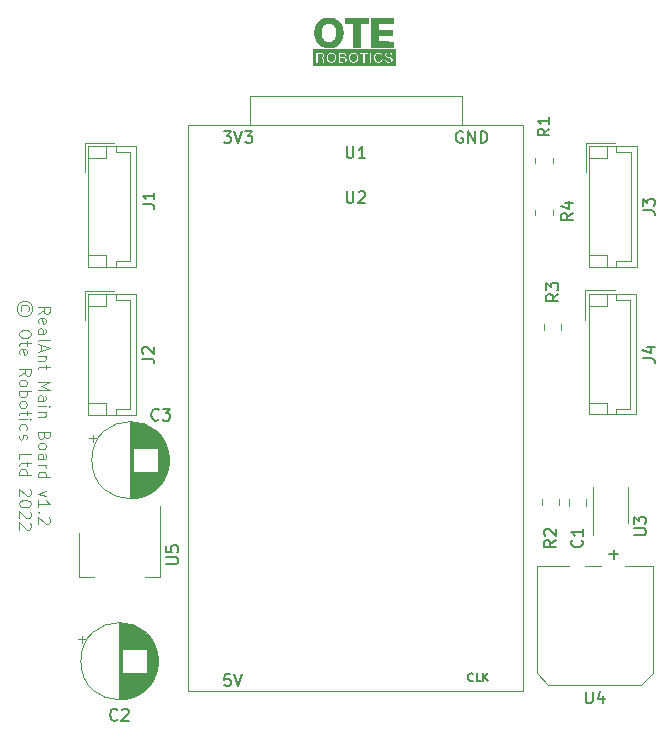
<source format=gbr>
%TF.GenerationSoftware,KiCad,Pcbnew,(6.0.0-0)*%
%TF.CreationDate,2022-11-20T21:56:22+02:00*%
%TF.ProjectId,realant_esp32,7265616c-616e-4745-9f65-737033322e6b,1.2*%
%TF.SameCoordinates,Original*%
%TF.FileFunction,Legend,Top*%
%TF.FilePolarity,Positive*%
%FSLAX46Y46*%
G04 Gerber Fmt 4.6, Leading zero omitted, Abs format (unit mm)*
G04 Created by KiCad (PCBNEW (6.0.0-0)) date 2022-11-20 21:56:22*
%MOMM*%
%LPD*%
G01*
G04 APERTURE LIST*
%ADD10C,0.125000*%
%ADD11C,0.150000*%
%ADD12C,0.120000*%
%ADD13C,0.010000*%
G04 APERTURE END LIST*
D10*
X68352619Y-81574761D02*
X68828809Y-81241428D01*
X68352619Y-81003333D02*
X69352619Y-81003333D01*
X69352619Y-81384285D01*
X69305000Y-81479523D01*
X69257380Y-81527142D01*
X69162142Y-81574761D01*
X69019285Y-81574761D01*
X68924047Y-81527142D01*
X68876428Y-81479523D01*
X68828809Y-81384285D01*
X68828809Y-81003333D01*
X68400238Y-82384285D02*
X68352619Y-82289047D01*
X68352619Y-82098571D01*
X68400238Y-82003333D01*
X68495476Y-81955714D01*
X68876428Y-81955714D01*
X68971666Y-82003333D01*
X69019285Y-82098571D01*
X69019285Y-82289047D01*
X68971666Y-82384285D01*
X68876428Y-82431904D01*
X68781190Y-82431904D01*
X68685952Y-81955714D01*
X68352619Y-83289047D02*
X68876428Y-83289047D01*
X68971666Y-83241428D01*
X69019285Y-83146190D01*
X69019285Y-82955714D01*
X68971666Y-82860476D01*
X68400238Y-83289047D02*
X68352619Y-83193809D01*
X68352619Y-82955714D01*
X68400238Y-82860476D01*
X68495476Y-82812857D01*
X68590714Y-82812857D01*
X68685952Y-82860476D01*
X68733571Y-82955714D01*
X68733571Y-83193809D01*
X68781190Y-83289047D01*
X68352619Y-83908095D02*
X68400238Y-83812857D01*
X68495476Y-83765238D01*
X69352619Y-83765238D01*
X68638333Y-84241428D02*
X68638333Y-84717619D01*
X68352619Y-84146190D02*
X69352619Y-84479523D01*
X68352619Y-84812857D01*
X69019285Y-85146190D02*
X68352619Y-85146190D01*
X68924047Y-85146190D02*
X68971666Y-85193809D01*
X69019285Y-85289047D01*
X69019285Y-85431904D01*
X68971666Y-85527142D01*
X68876428Y-85574761D01*
X68352619Y-85574761D01*
X69019285Y-85908095D02*
X69019285Y-86289047D01*
X69352619Y-86050952D02*
X68495476Y-86050952D01*
X68400238Y-86098571D01*
X68352619Y-86193809D01*
X68352619Y-86289047D01*
X68352619Y-87384285D02*
X69352619Y-87384285D01*
X68638333Y-87717619D01*
X69352619Y-88050952D01*
X68352619Y-88050952D01*
X68352619Y-88955714D02*
X68876428Y-88955714D01*
X68971666Y-88908095D01*
X69019285Y-88812857D01*
X69019285Y-88622380D01*
X68971666Y-88527142D01*
X68400238Y-88955714D02*
X68352619Y-88860476D01*
X68352619Y-88622380D01*
X68400238Y-88527142D01*
X68495476Y-88479523D01*
X68590714Y-88479523D01*
X68685952Y-88527142D01*
X68733571Y-88622380D01*
X68733571Y-88860476D01*
X68781190Y-88955714D01*
X68352619Y-89431904D02*
X69019285Y-89431904D01*
X69352619Y-89431904D02*
X69305000Y-89384285D01*
X69257380Y-89431904D01*
X69305000Y-89479523D01*
X69352619Y-89431904D01*
X69257380Y-89431904D01*
X69019285Y-89908095D02*
X68352619Y-89908095D01*
X68924047Y-89908095D02*
X68971666Y-89955714D01*
X69019285Y-90050952D01*
X69019285Y-90193809D01*
X68971666Y-90289047D01*
X68876428Y-90336666D01*
X68352619Y-90336666D01*
X68876428Y-91908095D02*
X68828809Y-92050952D01*
X68781190Y-92098571D01*
X68685952Y-92146190D01*
X68543095Y-92146190D01*
X68447857Y-92098571D01*
X68400238Y-92050952D01*
X68352619Y-91955714D01*
X68352619Y-91574761D01*
X69352619Y-91574761D01*
X69352619Y-91908095D01*
X69305000Y-92003333D01*
X69257380Y-92050952D01*
X69162142Y-92098571D01*
X69066904Y-92098571D01*
X68971666Y-92050952D01*
X68924047Y-92003333D01*
X68876428Y-91908095D01*
X68876428Y-91574761D01*
X68352619Y-92717619D02*
X68400238Y-92622380D01*
X68447857Y-92574761D01*
X68543095Y-92527142D01*
X68828809Y-92527142D01*
X68924047Y-92574761D01*
X68971666Y-92622380D01*
X69019285Y-92717619D01*
X69019285Y-92860476D01*
X68971666Y-92955714D01*
X68924047Y-93003333D01*
X68828809Y-93050952D01*
X68543095Y-93050952D01*
X68447857Y-93003333D01*
X68400238Y-92955714D01*
X68352619Y-92860476D01*
X68352619Y-92717619D01*
X68352619Y-93908095D02*
X68876428Y-93908095D01*
X68971666Y-93860476D01*
X69019285Y-93765238D01*
X69019285Y-93574761D01*
X68971666Y-93479523D01*
X68400238Y-93908095D02*
X68352619Y-93812857D01*
X68352619Y-93574761D01*
X68400238Y-93479523D01*
X68495476Y-93431904D01*
X68590714Y-93431904D01*
X68685952Y-93479523D01*
X68733571Y-93574761D01*
X68733571Y-93812857D01*
X68781190Y-93908095D01*
X68352619Y-94384285D02*
X69019285Y-94384285D01*
X68828809Y-94384285D02*
X68924047Y-94431904D01*
X68971666Y-94479523D01*
X69019285Y-94574761D01*
X69019285Y-94670000D01*
X68352619Y-95431904D02*
X69352619Y-95431904D01*
X68400238Y-95431904D02*
X68352619Y-95336666D01*
X68352619Y-95146190D01*
X68400238Y-95050952D01*
X68447857Y-95003333D01*
X68543095Y-94955714D01*
X68828809Y-94955714D01*
X68924047Y-95003333D01*
X68971666Y-95050952D01*
X69019285Y-95146190D01*
X69019285Y-95336666D01*
X68971666Y-95431904D01*
X69019285Y-96574761D02*
X68352619Y-96812857D01*
X69019285Y-97050952D01*
X68352619Y-97955714D02*
X68352619Y-97384285D01*
X68352619Y-97670000D02*
X69352619Y-97670000D01*
X69209761Y-97574761D01*
X69114523Y-97479523D01*
X69066904Y-97384285D01*
X68447857Y-98384285D02*
X68400238Y-98431904D01*
X68352619Y-98384285D01*
X68400238Y-98336666D01*
X68447857Y-98384285D01*
X68352619Y-98384285D01*
X69257380Y-98812857D02*
X69305000Y-98860476D01*
X69352619Y-98955714D01*
X69352619Y-99193809D01*
X69305000Y-99289047D01*
X69257380Y-99336666D01*
X69162142Y-99384285D01*
X69066904Y-99384285D01*
X68924047Y-99336666D01*
X68352619Y-98765238D01*
X68352619Y-99384285D01*
X67504523Y-81336666D02*
X67552142Y-81241428D01*
X67552142Y-81050952D01*
X67504523Y-80955714D01*
X67409285Y-80860476D01*
X67314047Y-80812857D01*
X67123571Y-80812857D01*
X67028333Y-80860476D01*
X66933095Y-80955714D01*
X66885476Y-81050952D01*
X66885476Y-81241428D01*
X66933095Y-81336666D01*
X67885476Y-81146190D02*
X67837857Y-80908095D01*
X67695000Y-80670000D01*
X67456904Y-80527142D01*
X67218809Y-80479523D01*
X66980714Y-80527142D01*
X66742619Y-80670000D01*
X66599761Y-80908095D01*
X66552142Y-81146190D01*
X66599761Y-81384285D01*
X66742619Y-81622380D01*
X66980714Y-81765238D01*
X67218809Y-81812857D01*
X67456904Y-81765238D01*
X67695000Y-81622380D01*
X67837857Y-81384285D01*
X67885476Y-81146190D01*
X67742619Y-83193809D02*
X67742619Y-83384285D01*
X67695000Y-83479523D01*
X67599761Y-83574761D01*
X67409285Y-83622380D01*
X67075952Y-83622380D01*
X66885476Y-83574761D01*
X66790238Y-83479523D01*
X66742619Y-83384285D01*
X66742619Y-83193809D01*
X66790238Y-83098571D01*
X66885476Y-83003333D01*
X67075952Y-82955714D01*
X67409285Y-82955714D01*
X67599761Y-83003333D01*
X67695000Y-83098571D01*
X67742619Y-83193809D01*
X67409285Y-83908095D02*
X67409285Y-84289047D01*
X67742619Y-84050952D02*
X66885476Y-84050952D01*
X66790238Y-84098571D01*
X66742619Y-84193809D01*
X66742619Y-84289047D01*
X66790238Y-85003333D02*
X66742619Y-84908095D01*
X66742619Y-84717619D01*
X66790238Y-84622380D01*
X66885476Y-84574761D01*
X67266428Y-84574761D01*
X67361666Y-84622380D01*
X67409285Y-84717619D01*
X67409285Y-84908095D01*
X67361666Y-85003333D01*
X67266428Y-85050952D01*
X67171190Y-85050952D01*
X67075952Y-84574761D01*
X66742619Y-86812857D02*
X67218809Y-86479523D01*
X66742619Y-86241428D02*
X67742619Y-86241428D01*
X67742619Y-86622380D01*
X67695000Y-86717619D01*
X67647380Y-86765238D01*
X67552142Y-86812857D01*
X67409285Y-86812857D01*
X67314047Y-86765238D01*
X67266428Y-86717619D01*
X67218809Y-86622380D01*
X67218809Y-86241428D01*
X66742619Y-87384285D02*
X66790238Y-87289047D01*
X66837857Y-87241428D01*
X66933095Y-87193809D01*
X67218809Y-87193809D01*
X67314047Y-87241428D01*
X67361666Y-87289047D01*
X67409285Y-87384285D01*
X67409285Y-87527142D01*
X67361666Y-87622380D01*
X67314047Y-87670000D01*
X67218809Y-87717619D01*
X66933095Y-87717619D01*
X66837857Y-87670000D01*
X66790238Y-87622380D01*
X66742619Y-87527142D01*
X66742619Y-87384285D01*
X66742619Y-88146190D02*
X67742619Y-88146190D01*
X67361666Y-88146190D02*
X67409285Y-88241428D01*
X67409285Y-88431904D01*
X67361666Y-88527142D01*
X67314047Y-88574761D01*
X67218809Y-88622380D01*
X66933095Y-88622380D01*
X66837857Y-88574761D01*
X66790238Y-88527142D01*
X66742619Y-88431904D01*
X66742619Y-88241428D01*
X66790238Y-88146190D01*
X66742619Y-89193809D02*
X66790238Y-89098571D01*
X66837857Y-89050952D01*
X66933095Y-89003333D01*
X67218809Y-89003333D01*
X67314047Y-89050952D01*
X67361666Y-89098571D01*
X67409285Y-89193809D01*
X67409285Y-89336666D01*
X67361666Y-89431904D01*
X67314047Y-89479523D01*
X67218809Y-89527142D01*
X66933095Y-89527142D01*
X66837857Y-89479523D01*
X66790238Y-89431904D01*
X66742619Y-89336666D01*
X66742619Y-89193809D01*
X67409285Y-89812857D02*
X67409285Y-90193809D01*
X67742619Y-89955714D02*
X66885476Y-89955714D01*
X66790238Y-90003333D01*
X66742619Y-90098571D01*
X66742619Y-90193809D01*
X66742619Y-90527142D02*
X67409285Y-90527142D01*
X67742619Y-90527142D02*
X67695000Y-90479523D01*
X67647380Y-90527142D01*
X67695000Y-90574761D01*
X67742619Y-90527142D01*
X67647380Y-90527142D01*
X66790238Y-91431904D02*
X66742619Y-91336666D01*
X66742619Y-91146190D01*
X66790238Y-91050952D01*
X66837857Y-91003333D01*
X66933095Y-90955714D01*
X67218809Y-90955714D01*
X67314047Y-91003333D01*
X67361666Y-91050952D01*
X67409285Y-91146190D01*
X67409285Y-91336666D01*
X67361666Y-91431904D01*
X66790238Y-91812857D02*
X66742619Y-91908095D01*
X66742619Y-92098571D01*
X66790238Y-92193809D01*
X66885476Y-92241428D01*
X66933095Y-92241428D01*
X67028333Y-92193809D01*
X67075952Y-92098571D01*
X67075952Y-91955714D01*
X67123571Y-91860476D01*
X67218809Y-91812857D01*
X67266428Y-91812857D01*
X67361666Y-91860476D01*
X67409285Y-91955714D01*
X67409285Y-92098571D01*
X67361666Y-92193809D01*
X66742619Y-93908095D02*
X66742619Y-93431904D01*
X67742619Y-93431904D01*
X67409285Y-94098571D02*
X67409285Y-94479523D01*
X67742619Y-94241428D02*
X66885476Y-94241428D01*
X66790238Y-94289047D01*
X66742619Y-94384285D01*
X66742619Y-94479523D01*
X66742619Y-95241428D02*
X67742619Y-95241428D01*
X66790238Y-95241428D02*
X66742619Y-95146190D01*
X66742619Y-94955714D01*
X66790238Y-94860476D01*
X66837857Y-94812857D01*
X66933095Y-94765238D01*
X67218809Y-94765238D01*
X67314047Y-94812857D01*
X67361666Y-94860476D01*
X67409285Y-94955714D01*
X67409285Y-95146190D01*
X67361666Y-95241428D01*
X67647380Y-96431904D02*
X67695000Y-96479523D01*
X67742619Y-96574761D01*
X67742619Y-96812857D01*
X67695000Y-96908095D01*
X67647380Y-96955714D01*
X67552142Y-97003333D01*
X67456904Y-97003333D01*
X67314047Y-96955714D01*
X66742619Y-96384285D01*
X66742619Y-97003333D01*
X67742619Y-97622380D02*
X67742619Y-97717619D01*
X67695000Y-97812857D01*
X67647380Y-97860476D01*
X67552142Y-97908095D01*
X67361666Y-97955714D01*
X67123571Y-97955714D01*
X66933095Y-97908095D01*
X66837857Y-97860476D01*
X66790238Y-97812857D01*
X66742619Y-97717619D01*
X66742619Y-97622380D01*
X66790238Y-97527142D01*
X66837857Y-97479523D01*
X66933095Y-97431904D01*
X67123571Y-97384285D01*
X67361666Y-97384285D01*
X67552142Y-97431904D01*
X67647380Y-97479523D01*
X67695000Y-97527142D01*
X67742619Y-97622380D01*
X67647380Y-98336666D02*
X67695000Y-98384285D01*
X67742619Y-98479523D01*
X67742619Y-98717619D01*
X67695000Y-98812857D01*
X67647380Y-98860476D01*
X67552142Y-98908095D01*
X67456904Y-98908095D01*
X67314047Y-98860476D01*
X66742619Y-98289047D01*
X66742619Y-98908095D01*
X67647380Y-99289047D02*
X67695000Y-99336666D01*
X67742619Y-99431904D01*
X67742619Y-99670000D01*
X67695000Y-99765238D01*
X67647380Y-99812857D01*
X67552142Y-99860476D01*
X67456904Y-99860476D01*
X67314047Y-99812857D01*
X66742619Y-99241428D01*
X66742619Y-99860476D01*
D11*
X116713047Y-101925428D02*
X117474952Y-101925428D01*
X117094000Y-102306380D02*
X117094000Y-101544476D01*
%TO.C,J1*%
X77202380Y-72333333D02*
X77916666Y-72333333D01*
X78059523Y-72380952D01*
X78154761Y-72476190D01*
X78202380Y-72619047D01*
X78202380Y-72714285D01*
X78202380Y-71333333D02*
X78202380Y-71904761D01*
X78202380Y-71619047D02*
X77202380Y-71619047D01*
X77345238Y-71714285D01*
X77440476Y-71809523D01*
X77488095Y-71904761D01*
%TO.C,R2*%
X112212380Y-100750666D02*
X111736190Y-101084000D01*
X112212380Y-101322095D02*
X111212380Y-101322095D01*
X111212380Y-100941142D01*
X111260000Y-100845904D01*
X111307619Y-100798285D01*
X111402857Y-100750666D01*
X111545714Y-100750666D01*
X111640952Y-100798285D01*
X111688571Y-100845904D01*
X111736190Y-100941142D01*
X111736190Y-101322095D01*
X111307619Y-100369714D02*
X111260000Y-100322095D01*
X111212380Y-100226857D01*
X111212380Y-99988761D01*
X111260000Y-99893523D01*
X111307619Y-99845904D01*
X111402857Y-99798285D01*
X111498095Y-99798285D01*
X111640952Y-99845904D01*
X112212380Y-100417333D01*
X112212380Y-99798285D01*
%TO.C,J4*%
X119552380Y-85333333D02*
X120266666Y-85333333D01*
X120409523Y-85380952D01*
X120504761Y-85476190D01*
X120552380Y-85619047D01*
X120552380Y-85714285D01*
X119885714Y-84428571D02*
X120552380Y-84428571D01*
X119504761Y-84666666D02*
X120219047Y-84904761D01*
X120219047Y-84285714D01*
%TO.C,R4*%
X113652380Y-73066666D02*
X113176190Y-73400000D01*
X113652380Y-73638095D02*
X112652380Y-73638095D01*
X112652380Y-73257142D01*
X112700000Y-73161904D01*
X112747619Y-73114285D01*
X112842857Y-73066666D01*
X112985714Y-73066666D01*
X113080952Y-73114285D01*
X113128571Y-73161904D01*
X113176190Y-73257142D01*
X113176190Y-73638095D01*
X112985714Y-72209523D02*
X113652380Y-72209523D01*
X112604761Y-72447619D02*
X113319047Y-72685714D01*
X113319047Y-72066666D01*
%TO.C,C2*%
X75083333Y-115927142D02*
X75035714Y-115974761D01*
X74892857Y-116022380D01*
X74797619Y-116022380D01*
X74654761Y-115974761D01*
X74559523Y-115879523D01*
X74511904Y-115784285D01*
X74464285Y-115593809D01*
X74464285Y-115450952D01*
X74511904Y-115260476D01*
X74559523Y-115165238D01*
X74654761Y-115070000D01*
X74797619Y-115022380D01*
X74892857Y-115022380D01*
X75035714Y-115070000D01*
X75083333Y-115117619D01*
X75464285Y-115117619D02*
X75511904Y-115070000D01*
X75607142Y-115022380D01*
X75845238Y-115022380D01*
X75940476Y-115070000D01*
X75988095Y-115117619D01*
X76035714Y-115212857D01*
X76035714Y-115308095D01*
X75988095Y-115450952D01*
X75416666Y-116022380D01*
X76035714Y-116022380D01*
%TO.C,R3*%
X112392380Y-79916666D02*
X111916190Y-80250000D01*
X112392380Y-80488095D02*
X111392380Y-80488095D01*
X111392380Y-80107142D01*
X111440000Y-80011904D01*
X111487619Y-79964285D01*
X111582857Y-79916666D01*
X111725714Y-79916666D01*
X111820952Y-79964285D01*
X111868571Y-80011904D01*
X111916190Y-80107142D01*
X111916190Y-80488095D01*
X111392380Y-79583333D02*
X111392380Y-78964285D01*
X111773333Y-79297619D01*
X111773333Y-79154761D01*
X111820952Y-79059523D01*
X111868571Y-79011904D01*
X111963809Y-78964285D01*
X112201904Y-78964285D01*
X112297142Y-79011904D01*
X112344761Y-79059523D01*
X112392380Y-79154761D01*
X112392380Y-79440476D01*
X112344761Y-79535714D01*
X112297142Y-79583333D01*
%TO.C,J3*%
X119572380Y-72833333D02*
X120286666Y-72833333D01*
X120429523Y-72880952D01*
X120524761Y-72976190D01*
X120572380Y-73119047D01*
X120572380Y-73214285D01*
X119572380Y-72452380D02*
X119572380Y-71833333D01*
X119953333Y-72166666D01*
X119953333Y-72023809D01*
X120000952Y-71928571D01*
X120048571Y-71880952D01*
X120143809Y-71833333D01*
X120381904Y-71833333D01*
X120477142Y-71880952D01*
X120524761Y-71928571D01*
X120572380Y-72023809D01*
X120572380Y-72309523D01*
X120524761Y-72404761D01*
X120477142Y-72452380D01*
%TO.C,R1*%
X111652380Y-65916666D02*
X111176190Y-66250000D01*
X111652380Y-66488095D02*
X110652380Y-66488095D01*
X110652380Y-66107142D01*
X110700000Y-66011904D01*
X110747619Y-65964285D01*
X110842857Y-65916666D01*
X110985714Y-65916666D01*
X111080952Y-65964285D01*
X111128571Y-66011904D01*
X111176190Y-66107142D01*
X111176190Y-66488095D01*
X111652380Y-64964285D02*
X111652380Y-65535714D01*
X111652380Y-65250000D02*
X110652380Y-65250000D01*
X110795238Y-65345238D01*
X110890476Y-65440476D01*
X110938095Y-65535714D01*
%TO.C,C3*%
X78573333Y-90527142D02*
X78525714Y-90574761D01*
X78382857Y-90622380D01*
X78287619Y-90622380D01*
X78144761Y-90574761D01*
X78049523Y-90479523D01*
X78001904Y-90384285D01*
X77954285Y-90193809D01*
X77954285Y-90050952D01*
X78001904Y-89860476D01*
X78049523Y-89765238D01*
X78144761Y-89670000D01*
X78287619Y-89622380D01*
X78382857Y-89622380D01*
X78525714Y-89670000D01*
X78573333Y-89717619D01*
X78906666Y-89622380D02*
X79525714Y-89622380D01*
X79192380Y-90003333D01*
X79335238Y-90003333D01*
X79430476Y-90050952D01*
X79478095Y-90098571D01*
X79525714Y-90193809D01*
X79525714Y-90431904D01*
X79478095Y-90527142D01*
X79430476Y-90574761D01*
X79335238Y-90622380D01*
X79049523Y-90622380D01*
X78954285Y-90574761D01*
X78906666Y-90527142D01*
%TO.C,U2*%
X94488095Y-71207380D02*
X94488095Y-72016904D01*
X94535714Y-72112142D01*
X94583333Y-72159761D01*
X94678571Y-72207380D01*
X94869047Y-72207380D01*
X94964285Y-72159761D01*
X95011904Y-72112142D01*
X95059523Y-72016904D01*
X95059523Y-71207380D01*
X95488095Y-71302619D02*
X95535714Y-71255000D01*
X95630952Y-71207380D01*
X95869047Y-71207380D01*
X95964285Y-71255000D01*
X96011904Y-71302619D01*
X96059523Y-71397857D01*
X96059523Y-71493095D01*
X96011904Y-71635952D01*
X95440476Y-72207380D01*
X96059523Y-72207380D01*
%TO.C,J2*%
X77182380Y-85383333D02*
X77896666Y-85383333D01*
X78039523Y-85430952D01*
X78134761Y-85526190D01*
X78182380Y-85669047D01*
X78182380Y-85764285D01*
X77277619Y-84954761D02*
X77230000Y-84907142D01*
X77182380Y-84811904D01*
X77182380Y-84573809D01*
X77230000Y-84478571D01*
X77277619Y-84430952D01*
X77372857Y-84383333D01*
X77468095Y-84383333D01*
X77610952Y-84430952D01*
X78182380Y-85002380D01*
X78182380Y-84383333D01*
%TO.C,U5*%
X79217139Y-102761904D02*
X80026663Y-102761904D01*
X80121901Y-102714285D01*
X80169520Y-102666666D01*
X80217139Y-102571428D01*
X80217139Y-102380952D01*
X80169520Y-102285714D01*
X80121901Y-102238095D01*
X80026663Y-102190476D01*
X79217139Y-102190476D01*
X79217139Y-101238095D02*
X79217139Y-101714285D01*
X79693330Y-101761904D01*
X79645711Y-101714285D01*
X79598092Y-101619047D01*
X79598092Y-101380952D01*
X79645711Y-101285714D01*
X79693330Y-101238095D01*
X79788568Y-101190476D01*
X80026663Y-101190476D01*
X80121901Y-101238095D01*
X80169520Y-101285714D01*
X80217139Y-101380952D01*
X80217139Y-101619047D01*
X80169520Y-101714285D01*
X80121901Y-101761904D01*
%TO.C,U4*%
X114738095Y-113572380D02*
X114738095Y-114381904D01*
X114785714Y-114477142D01*
X114833333Y-114524761D01*
X114928571Y-114572380D01*
X115119047Y-114572380D01*
X115214285Y-114524761D01*
X115261904Y-114477142D01*
X115309523Y-114381904D01*
X115309523Y-113572380D01*
X116214285Y-113905714D02*
X116214285Y-114572380D01*
X115976190Y-113524761D02*
X115738095Y-114239047D01*
X116357142Y-114239047D01*
%TO.C,C1*%
X114403142Y-100750666D02*
X114450761Y-100798285D01*
X114498380Y-100941142D01*
X114498380Y-101036380D01*
X114450761Y-101179238D01*
X114355523Y-101274476D01*
X114260285Y-101322095D01*
X114069809Y-101369714D01*
X113926952Y-101369714D01*
X113736476Y-101322095D01*
X113641238Y-101274476D01*
X113546000Y-101179238D01*
X113498380Y-101036380D01*
X113498380Y-100941142D01*
X113546000Y-100798285D01*
X113593619Y-100750666D01*
X114498380Y-99798285D02*
X114498380Y-100369714D01*
X114498380Y-100084000D02*
X113498380Y-100084000D01*
X113641238Y-100179238D01*
X113736476Y-100274476D01*
X113784095Y-100369714D01*
%TO.C,U1*%
X94488095Y-67397380D02*
X94488095Y-68206904D01*
X94535714Y-68302142D01*
X94583333Y-68349761D01*
X94678571Y-68397380D01*
X94869047Y-68397380D01*
X94964285Y-68349761D01*
X95011904Y-68302142D01*
X95059523Y-68206904D01*
X95059523Y-67397380D01*
X96059523Y-68397380D02*
X95488095Y-68397380D01*
X95773809Y-68397380D02*
X95773809Y-67397380D01*
X95678571Y-67540238D01*
X95583333Y-67635476D01*
X95488095Y-67683095D01*
X105186180Y-112647720D02*
X105152846Y-112681053D01*
X105052846Y-112714386D01*
X104986180Y-112714386D01*
X104886180Y-112681053D01*
X104819513Y-112614386D01*
X104786180Y-112547720D01*
X104752846Y-112414386D01*
X104752846Y-112314386D01*
X104786180Y-112181053D01*
X104819513Y-112114386D01*
X104886180Y-112047720D01*
X104986180Y-112014386D01*
X105052846Y-112014386D01*
X105152846Y-112047720D01*
X105186180Y-112081053D01*
X105819513Y-112714386D02*
X105486180Y-112714386D01*
X105486180Y-112014386D01*
X106052846Y-112714386D02*
X106052846Y-112014386D01*
X106452846Y-112714386D02*
X106152846Y-112314386D01*
X106452846Y-112014386D02*
X106052846Y-112414386D01*
X84064037Y-66130100D02*
X84683084Y-66130100D01*
X84349751Y-66511053D01*
X84492608Y-66511053D01*
X84587846Y-66558672D01*
X84635465Y-66606291D01*
X84683084Y-66701529D01*
X84683084Y-66939624D01*
X84635465Y-67034862D01*
X84587846Y-67082481D01*
X84492608Y-67130100D01*
X84206894Y-67130100D01*
X84111656Y-67082481D01*
X84064037Y-67034862D01*
X84968799Y-66130100D02*
X85302132Y-67130100D01*
X85635465Y-66130100D01*
X85873560Y-66130100D02*
X86492608Y-66130100D01*
X86159275Y-66511053D01*
X86302132Y-66511053D01*
X86397370Y-66558672D01*
X86444989Y-66606291D01*
X86492608Y-66701529D01*
X86492608Y-66939624D01*
X86444989Y-67034862D01*
X86397370Y-67082481D01*
X86302132Y-67130100D01*
X86016418Y-67130100D01*
X85921180Y-67082481D01*
X85873560Y-67034862D01*
X104300465Y-66177720D02*
X104205227Y-66130100D01*
X104062370Y-66130100D01*
X103919513Y-66177720D01*
X103824275Y-66272958D01*
X103776656Y-66368196D01*
X103729037Y-66558672D01*
X103729037Y-66701529D01*
X103776656Y-66892005D01*
X103824275Y-66987243D01*
X103919513Y-67082481D01*
X104062370Y-67130100D01*
X104157608Y-67130100D01*
X104300465Y-67082481D01*
X104348084Y-67034862D01*
X104348084Y-66701529D01*
X104157608Y-66701529D01*
X104776656Y-67130100D02*
X104776656Y-66130100D01*
X105348084Y-67130100D01*
X105348084Y-66130100D01*
X105824275Y-67130100D02*
X105824275Y-66130100D01*
X106062370Y-66130100D01*
X106205227Y-66177720D01*
X106300465Y-66272958D01*
X106348084Y-66368196D01*
X106395703Y-66558672D01*
X106395703Y-66701529D01*
X106348084Y-66892005D01*
X106300465Y-66987243D01*
X106205227Y-67082481D01*
X106062370Y-67130100D01*
X105824275Y-67130100D01*
X84631785Y-112101380D02*
X84155595Y-112101380D01*
X84107976Y-112577571D01*
X84155595Y-112529952D01*
X84250833Y-112482333D01*
X84488928Y-112482333D01*
X84584166Y-112529952D01*
X84631785Y-112577571D01*
X84679404Y-112672809D01*
X84679404Y-112910904D01*
X84631785Y-113006142D01*
X84584166Y-113053761D01*
X84488928Y-113101380D01*
X84250833Y-113101380D01*
X84155595Y-113053761D01*
X84107976Y-113006142D01*
X84965119Y-112101380D02*
X85298452Y-113101380D01*
X85631785Y-112101380D01*
%TO.C,U3*%
X118832380Y-100329904D02*
X119641904Y-100329904D01*
X119737142Y-100282285D01*
X119784761Y-100234666D01*
X119832380Y-100139428D01*
X119832380Y-99948952D01*
X119784761Y-99853714D01*
X119737142Y-99806095D01*
X119641904Y-99758476D01*
X118832380Y-99758476D01*
X118832380Y-99377523D02*
X118832380Y-98758476D01*
X119213333Y-99091809D01*
X119213333Y-98948952D01*
X119260952Y-98853714D01*
X119308571Y-98806095D01*
X119403809Y-98758476D01*
X119641904Y-98758476D01*
X119737142Y-98806095D01*
X119784761Y-98853714D01*
X119832380Y-98948952D01*
X119832380Y-99234666D01*
X119784761Y-99329904D01*
X119737142Y-99377523D01*
D12*
%TO.C,J1*%
X74930000Y-77110000D02*
X74930000Y-77610000D01*
X76640000Y-67390000D02*
X72620000Y-67390000D01*
X74120000Y-68390000D02*
X72620000Y-68390000D01*
X76140000Y-77110000D02*
X74930000Y-77110000D01*
X74120000Y-76610000D02*
X72620000Y-76610000D01*
X76140000Y-67890000D02*
X76140000Y-77110000D01*
X72620000Y-77610000D02*
X76640000Y-77610000D01*
X72320000Y-67090000D02*
X72320000Y-69590000D01*
X72620000Y-67390000D02*
X72620000Y-77610000D01*
X74120000Y-77610000D02*
X74120000Y-76610000D01*
X76640000Y-77610000D02*
X76640000Y-67390000D01*
X74820000Y-67090000D02*
X72320000Y-67090000D01*
X74930000Y-67390000D02*
X74930000Y-67890000D01*
X74120000Y-67390000D02*
X74120000Y-68390000D01*
X74930000Y-67890000D02*
X76140000Y-67890000D01*
%TO.C,R2*%
X112495000Y-97292936D02*
X112495000Y-97747064D01*
X111025000Y-97292936D02*
X111025000Y-97747064D01*
%TO.C,J4*%
X117190000Y-79590000D02*
X114690000Y-79590000D01*
X114990000Y-79890000D02*
X114990000Y-90110000D01*
X116490000Y-89110000D02*
X114990000Y-89110000D01*
X118510000Y-80390000D02*
X118510000Y-89610000D01*
X119010000Y-79890000D02*
X114990000Y-79890000D01*
X116490000Y-79890000D02*
X116490000Y-80890000D01*
X116490000Y-90110000D02*
X116490000Y-89110000D01*
X114990000Y-90110000D02*
X119010000Y-90110000D01*
X117300000Y-79890000D02*
X117300000Y-80390000D01*
X117300000Y-80390000D02*
X118510000Y-80390000D01*
X117300000Y-89610000D02*
X117300000Y-90110000D01*
X118510000Y-89610000D02*
X117300000Y-89610000D01*
X119010000Y-90110000D02*
X119010000Y-79890000D01*
X116490000Y-80890000D02*
X114990000Y-80890000D01*
X114690000Y-79590000D02*
X114690000Y-82090000D01*
%TO.C,R4*%
X111935000Y-72772936D02*
X111935000Y-73227064D01*
X110465000Y-72772936D02*
X110465000Y-73227064D01*
%TO.C,C2*%
X75650000Y-107794000D02*
X75650000Y-109960000D01*
X78251000Y-109738000D02*
X78251000Y-112262000D01*
X76531000Y-112040000D02*
X76531000Y-113970000D01*
X77051000Y-108310000D02*
X77051000Y-109960000D01*
X78411000Y-110198000D02*
X78411000Y-111802000D01*
X78131000Y-109491000D02*
X78131000Y-112509000D01*
X78211000Y-109650000D02*
X78211000Y-112350000D01*
X75770000Y-107811000D02*
X75770000Y-109960000D01*
X76011000Y-112040000D02*
X76011000Y-114141000D01*
X78091000Y-109419000D02*
X78091000Y-112581000D01*
X76611000Y-112040000D02*
X76611000Y-113934000D01*
X76051000Y-112040000D02*
X76051000Y-114131000D01*
X76171000Y-107902000D02*
X76171000Y-109960000D01*
X76571000Y-112040000D02*
X76571000Y-113952000D01*
X77131000Y-112040000D02*
X77131000Y-113636000D01*
X75850000Y-107825000D02*
X75850000Y-109960000D01*
X78171000Y-109568000D02*
X78171000Y-112432000D01*
X75930000Y-112040000D02*
X75930000Y-114159000D01*
X76211000Y-112040000D02*
X76211000Y-114086000D01*
X77011000Y-108284000D02*
X77011000Y-109960000D01*
X75690000Y-107799000D02*
X75690000Y-109960000D01*
X76451000Y-107998000D02*
X76451000Y-109960000D01*
X76251000Y-112040000D02*
X76251000Y-114074000D01*
X77131000Y-108364000D02*
X77131000Y-109960000D01*
X77171000Y-112040000D02*
X77171000Y-113607000D01*
X76251000Y-107926000D02*
X76251000Y-109960000D01*
X75290000Y-107770000D02*
X75290000Y-114230000D01*
X76491000Y-108014000D02*
X76491000Y-109960000D01*
X76371000Y-107967000D02*
X76371000Y-109960000D01*
X76611000Y-108066000D02*
X76611000Y-109960000D01*
X77331000Y-112040000D02*
X77331000Y-113484000D01*
X77171000Y-108393000D02*
X77171000Y-109960000D01*
X77931000Y-109166000D02*
X77931000Y-112834000D01*
X75850000Y-112040000D02*
X75850000Y-114175000D01*
X77451000Y-112040000D02*
X77451000Y-113380000D01*
X75770000Y-112040000D02*
X75770000Y-114189000D01*
X76731000Y-108124000D02*
X76731000Y-109960000D01*
X76131000Y-107890000D02*
X76131000Y-109960000D01*
X78371000Y-110060000D02*
X78371000Y-111940000D01*
X75650000Y-112040000D02*
X75650000Y-114206000D01*
X77371000Y-112040000D02*
X77371000Y-113450000D01*
X76891000Y-112040000D02*
X76891000Y-113790000D01*
X72064759Y-108846000D02*
X72064759Y-109476000D01*
X75610000Y-107789000D02*
X75610000Y-109960000D01*
X77411000Y-112040000D02*
X77411000Y-113416000D01*
X76331000Y-107953000D02*
X76331000Y-109960000D01*
X76011000Y-107859000D02*
X76011000Y-109960000D01*
X76651000Y-112040000D02*
X76651000Y-113916000D01*
X76931000Y-112040000D02*
X76931000Y-113766000D01*
X76771000Y-112040000D02*
X76771000Y-113856000D01*
X76811000Y-108166000D02*
X76811000Y-109960000D01*
X77331000Y-108516000D02*
X77331000Y-109960000D01*
X76531000Y-108030000D02*
X76531000Y-109960000D01*
X75730000Y-112040000D02*
X75730000Y-114195000D01*
X77531000Y-112040000D02*
X77531000Y-113305000D01*
X77531000Y-108695000D02*
X77531000Y-109960000D01*
X76651000Y-108084000D02*
X76651000Y-109960000D01*
X71749759Y-109161000D02*
X72379759Y-109161000D01*
X77971000Y-109224000D02*
X77971000Y-112776000D01*
X77491000Y-108657000D02*
X77491000Y-109960000D01*
X76851000Y-112040000D02*
X76851000Y-113812000D01*
X77251000Y-108452000D02*
X77251000Y-109960000D01*
X78491000Y-110598000D02*
X78491000Y-111402000D01*
X77691000Y-108863000D02*
X77691000Y-113137000D01*
X76091000Y-107879000D02*
X76091000Y-109960000D01*
X78291000Y-109835000D02*
X78291000Y-112165000D01*
X77291000Y-108484000D02*
X77291000Y-109960000D01*
X75610000Y-112040000D02*
X75610000Y-114211000D01*
X76931000Y-108234000D02*
X76931000Y-109960000D01*
X75971000Y-107850000D02*
X75971000Y-109960000D01*
X75810000Y-112040000D02*
X75810000Y-114182000D01*
X77571000Y-108735000D02*
X77571000Y-113265000D01*
X77251000Y-112040000D02*
X77251000Y-113548000D01*
X75890000Y-112040000D02*
X75890000Y-114167000D01*
X77611000Y-108776000D02*
X77611000Y-113224000D01*
X76051000Y-107869000D02*
X76051000Y-109960000D01*
X76131000Y-112040000D02*
X76131000Y-114110000D01*
X75930000Y-107841000D02*
X75930000Y-109960000D01*
X75370000Y-107772000D02*
X75370000Y-114228000D01*
X77211000Y-108422000D02*
X77211000Y-109960000D01*
X77491000Y-112040000D02*
X77491000Y-113343000D01*
X77291000Y-112040000D02*
X77291000Y-113516000D01*
X77411000Y-108584000D02*
X77411000Y-109960000D01*
X76691000Y-112040000D02*
X76691000Y-113896000D01*
X76411000Y-107982000D02*
X76411000Y-109960000D01*
X75730000Y-107805000D02*
X75730000Y-109960000D01*
X75490000Y-112040000D02*
X75490000Y-114222000D01*
X77211000Y-112040000D02*
X77211000Y-113578000D01*
X76371000Y-112040000D02*
X76371000Y-114033000D01*
X75250000Y-107770000D02*
X75250000Y-114230000D01*
X77091000Y-112040000D02*
X77091000Y-113664000D01*
X75450000Y-107776000D02*
X75450000Y-114224000D01*
X75570000Y-112040000D02*
X75570000Y-114215000D01*
X75530000Y-107782000D02*
X75530000Y-109960000D01*
X75971000Y-112040000D02*
X75971000Y-114150000D01*
X78011000Y-109286000D02*
X78011000Y-112714000D01*
X76691000Y-108104000D02*
X76691000Y-109960000D01*
X76091000Y-112040000D02*
X76091000Y-114121000D01*
X76411000Y-112040000D02*
X76411000Y-114018000D01*
X77051000Y-112040000D02*
X77051000Y-113690000D01*
X75410000Y-107773000D02*
X75410000Y-114227000D01*
X75690000Y-112040000D02*
X75690000Y-114201000D01*
X77771000Y-108956000D02*
X77771000Y-113044000D01*
X78051000Y-109350000D02*
X78051000Y-112650000D01*
X78331000Y-109941000D02*
X78331000Y-112059000D01*
X76971000Y-112040000D02*
X76971000Y-113742000D01*
X76891000Y-108210000D02*
X76891000Y-109960000D01*
X76971000Y-108258000D02*
X76971000Y-109960000D01*
X76571000Y-108048000D02*
X76571000Y-109960000D01*
X76851000Y-108188000D02*
X76851000Y-109960000D01*
X76451000Y-112040000D02*
X76451000Y-114002000D01*
X77371000Y-108550000D02*
X77371000Y-109960000D01*
X75530000Y-112040000D02*
X75530000Y-114218000D01*
X75890000Y-107833000D02*
X75890000Y-109960000D01*
X76291000Y-107939000D02*
X76291000Y-109960000D01*
X77091000Y-108336000D02*
X77091000Y-109960000D01*
X77651000Y-108818000D02*
X77651000Y-113182000D01*
X75330000Y-107770000D02*
X75330000Y-114230000D01*
X75570000Y-107785000D02*
X75570000Y-109960000D01*
X76491000Y-112040000D02*
X76491000Y-113986000D01*
X75490000Y-107778000D02*
X75490000Y-109960000D01*
X77811000Y-109005000D02*
X77811000Y-112995000D01*
X76291000Y-112040000D02*
X76291000Y-114061000D01*
X75810000Y-107818000D02*
X75810000Y-109960000D01*
X77891000Y-109110000D02*
X77891000Y-112890000D01*
X76771000Y-108144000D02*
X76771000Y-109960000D01*
X76331000Y-112040000D02*
X76331000Y-114047000D01*
X76211000Y-107914000D02*
X76211000Y-109960000D01*
X78451000Y-110367000D02*
X78451000Y-111633000D01*
X77851000Y-109056000D02*
X77851000Y-112944000D01*
X76811000Y-112040000D02*
X76811000Y-113834000D01*
X77731000Y-108908000D02*
X77731000Y-113092000D01*
X77451000Y-108620000D02*
X77451000Y-109960000D01*
X76171000Y-112040000D02*
X76171000Y-114098000D01*
X77011000Y-112040000D02*
X77011000Y-113716000D01*
X76731000Y-112040000D02*
X76731000Y-113876000D01*
X78520000Y-111000000D02*
G75*
G03*
X78520000Y-111000000I-3270000J0D01*
G01*
%TO.C,R3*%
X112675000Y-82927064D02*
X112675000Y-82472936D01*
X111205000Y-82927064D02*
X111205000Y-82472936D01*
%TO.C,J3*%
X117320000Y-67890000D02*
X118530000Y-67890000D01*
X116510000Y-68390000D02*
X115010000Y-68390000D01*
X117320000Y-67390000D02*
X117320000Y-67890000D01*
X118530000Y-67890000D02*
X118530000Y-77110000D01*
X116510000Y-67390000D02*
X116510000Y-68390000D01*
X119030000Y-67390000D02*
X115010000Y-67390000D01*
X117320000Y-77110000D02*
X117320000Y-77610000D01*
X117210000Y-67090000D02*
X114710000Y-67090000D01*
X115010000Y-67390000D02*
X115010000Y-77610000D01*
X118530000Y-77110000D02*
X117320000Y-77110000D01*
X119030000Y-77610000D02*
X119030000Y-67390000D01*
X115010000Y-77610000D02*
X119030000Y-77610000D01*
X116510000Y-76610000D02*
X115010000Y-76610000D01*
X114710000Y-67090000D02*
X114710000Y-69590000D01*
X116510000Y-77610000D02*
X116510000Y-76610000D01*
%TO.C,R1*%
X110465000Y-68372936D02*
X110465000Y-68827064D01*
X111935000Y-68372936D02*
X111935000Y-68827064D01*
%TO.C,C3*%
X76860000Y-95020000D02*
X76860000Y-97139000D01*
X76580000Y-90774000D02*
X76580000Y-92940000D01*
X77701000Y-95020000D02*
X77701000Y-96836000D01*
X79141000Y-92630000D02*
X79141000Y-95330000D01*
X77661000Y-95020000D02*
X77661000Y-96856000D01*
X77701000Y-91124000D02*
X77701000Y-92940000D01*
X76901000Y-95020000D02*
X76901000Y-97130000D01*
X78141000Y-91402000D02*
X78141000Y-92940000D01*
X76540000Y-90769000D02*
X76540000Y-92940000D01*
X78141000Y-95020000D02*
X78141000Y-96558000D01*
X77341000Y-95020000D02*
X77341000Y-96998000D01*
X78461000Y-91675000D02*
X78461000Y-92940000D01*
X77261000Y-95020000D02*
X77261000Y-97027000D01*
X76780000Y-95020000D02*
X76780000Y-97155000D01*
X76540000Y-95020000D02*
X76540000Y-97191000D01*
X77021000Y-95020000D02*
X77021000Y-97101000D01*
X77781000Y-91168000D02*
X77781000Y-92940000D01*
X77381000Y-90978000D02*
X77381000Y-92940000D01*
X78741000Y-91985000D02*
X78741000Y-95975000D01*
X78781000Y-92036000D02*
X78781000Y-95924000D01*
X76820000Y-95020000D02*
X76820000Y-97147000D01*
X77261000Y-90933000D02*
X77261000Y-92940000D01*
X77421000Y-90994000D02*
X77421000Y-92940000D01*
X77621000Y-91084000D02*
X77621000Y-92940000D01*
X79181000Y-92718000D02*
X79181000Y-95242000D01*
X77141000Y-90894000D02*
X77141000Y-92940000D01*
X78941000Y-92266000D02*
X78941000Y-95694000D01*
X78301000Y-91530000D02*
X78301000Y-92940000D01*
X77581000Y-91064000D02*
X77581000Y-92940000D01*
X76740000Y-90798000D02*
X76740000Y-92940000D01*
X77541000Y-95020000D02*
X77541000Y-96914000D01*
X78061000Y-91344000D02*
X78061000Y-92940000D01*
X77181000Y-95020000D02*
X77181000Y-97054000D01*
X78461000Y-95020000D02*
X78461000Y-96285000D01*
X77061000Y-95020000D02*
X77061000Y-97090000D01*
X78301000Y-95020000D02*
X78301000Y-96430000D01*
X77541000Y-91046000D02*
X77541000Y-92940000D01*
X77181000Y-90906000D02*
X77181000Y-92940000D01*
X76340000Y-90753000D02*
X76340000Y-97207000D01*
X76740000Y-95020000D02*
X76740000Y-97162000D01*
X76941000Y-95020000D02*
X76941000Y-97121000D01*
X78181000Y-95020000D02*
X78181000Y-96528000D01*
X76941000Y-90839000D02*
X76941000Y-92940000D01*
X78541000Y-91756000D02*
X78541000Y-96204000D01*
X76820000Y-90813000D02*
X76820000Y-92940000D01*
X76981000Y-95020000D02*
X76981000Y-97111000D01*
X79061000Y-92471000D02*
X79061000Y-95489000D01*
X77661000Y-91104000D02*
X77661000Y-92940000D01*
X76620000Y-90779000D02*
X76620000Y-92940000D01*
X78101000Y-91373000D02*
X78101000Y-92940000D01*
X77381000Y-95020000D02*
X77381000Y-96982000D01*
X77821000Y-95020000D02*
X77821000Y-96770000D01*
X77301000Y-90947000D02*
X77301000Y-92940000D01*
X77021000Y-90859000D02*
X77021000Y-92940000D01*
X76420000Y-95020000D02*
X76420000Y-97202000D01*
X78821000Y-92090000D02*
X78821000Y-95870000D01*
X78981000Y-92330000D02*
X78981000Y-95630000D01*
X79021000Y-92399000D02*
X79021000Y-95561000D01*
X79221000Y-92815000D02*
X79221000Y-95145000D01*
X76660000Y-90785000D02*
X76660000Y-92940000D01*
X78221000Y-95020000D02*
X78221000Y-96496000D01*
X77981000Y-91290000D02*
X77981000Y-92940000D01*
X78701000Y-91936000D02*
X78701000Y-96024000D01*
X77141000Y-95020000D02*
X77141000Y-97066000D01*
X77221000Y-95020000D02*
X77221000Y-97041000D01*
X78901000Y-92204000D02*
X78901000Y-95756000D01*
X78661000Y-91888000D02*
X78661000Y-96072000D01*
X77501000Y-91028000D02*
X77501000Y-92940000D01*
X76580000Y-95020000D02*
X76580000Y-97186000D01*
X77101000Y-95020000D02*
X77101000Y-97078000D01*
X79381000Y-93347000D02*
X79381000Y-94613000D01*
X72994759Y-91826000D02*
X72994759Y-92456000D01*
X72679759Y-92141000D02*
X73309759Y-92141000D01*
X77981000Y-95020000D02*
X77981000Y-96670000D01*
X77741000Y-95020000D02*
X77741000Y-96814000D01*
X77941000Y-95020000D02*
X77941000Y-96696000D01*
X77581000Y-95020000D02*
X77581000Y-96896000D01*
X76700000Y-95020000D02*
X76700000Y-97169000D01*
X76180000Y-90750000D02*
X76180000Y-97210000D01*
X76220000Y-90750000D02*
X76220000Y-97210000D01*
X77461000Y-91010000D02*
X77461000Y-92940000D01*
X76860000Y-90821000D02*
X76860000Y-92940000D01*
X77781000Y-95020000D02*
X77781000Y-96792000D01*
X76901000Y-90830000D02*
X76901000Y-92940000D01*
X77901000Y-91238000D02*
X77901000Y-92940000D01*
X78341000Y-91564000D02*
X78341000Y-92940000D01*
X76420000Y-90758000D02*
X76420000Y-92940000D01*
X77061000Y-90870000D02*
X77061000Y-92940000D01*
X78021000Y-95020000D02*
X78021000Y-96644000D01*
X77101000Y-90882000D02*
X77101000Y-92940000D01*
X78261000Y-91496000D02*
X78261000Y-92940000D01*
X78181000Y-91432000D02*
X78181000Y-92940000D01*
X77861000Y-95020000D02*
X77861000Y-96746000D01*
X78261000Y-95020000D02*
X78261000Y-96464000D01*
X76780000Y-90805000D02*
X76780000Y-92940000D01*
X76300000Y-90752000D02*
X76300000Y-97208000D01*
X78421000Y-95020000D02*
X78421000Y-96323000D01*
X78061000Y-95020000D02*
X78061000Y-96616000D01*
X76380000Y-90756000D02*
X76380000Y-97204000D01*
X77621000Y-95020000D02*
X77621000Y-96876000D01*
X78381000Y-95020000D02*
X78381000Y-96360000D01*
X78341000Y-95020000D02*
X78341000Y-96396000D01*
X78021000Y-91316000D02*
X78021000Y-92940000D01*
X76260000Y-90750000D02*
X76260000Y-97210000D01*
X77461000Y-95020000D02*
X77461000Y-96950000D01*
X78421000Y-91637000D02*
X78421000Y-92940000D01*
X79261000Y-92921000D02*
X79261000Y-95039000D01*
X76660000Y-95020000D02*
X76660000Y-97175000D01*
X79341000Y-93178000D02*
X79341000Y-94782000D01*
X78861000Y-92146000D02*
X78861000Y-95814000D01*
X78221000Y-91464000D02*
X78221000Y-92940000D01*
X77501000Y-95020000D02*
X77501000Y-96932000D01*
X79101000Y-92548000D02*
X79101000Y-95412000D01*
X78101000Y-95020000D02*
X78101000Y-96587000D01*
X76500000Y-95020000D02*
X76500000Y-97195000D01*
X76500000Y-90765000D02*
X76500000Y-92940000D01*
X79421000Y-93578000D02*
X79421000Y-94382000D01*
X78501000Y-91715000D02*
X78501000Y-96245000D01*
X76460000Y-95020000D02*
X76460000Y-97198000D01*
X77421000Y-95020000D02*
X77421000Y-96966000D01*
X77901000Y-95020000D02*
X77901000Y-96722000D01*
X76460000Y-90762000D02*
X76460000Y-92940000D01*
X77941000Y-91264000D02*
X77941000Y-92940000D01*
X78381000Y-91600000D02*
X78381000Y-92940000D01*
X77741000Y-91146000D02*
X77741000Y-92940000D01*
X77861000Y-91214000D02*
X77861000Y-92940000D01*
X76620000Y-95020000D02*
X76620000Y-97181000D01*
X78621000Y-91843000D02*
X78621000Y-96117000D01*
X77221000Y-90919000D02*
X77221000Y-92940000D01*
X79301000Y-93040000D02*
X79301000Y-94920000D01*
X77341000Y-90962000D02*
X77341000Y-92940000D01*
X77301000Y-95020000D02*
X77301000Y-97013000D01*
X76981000Y-90849000D02*
X76981000Y-92940000D01*
X77821000Y-91190000D02*
X77821000Y-92940000D01*
X78581000Y-91798000D02*
X78581000Y-96162000D01*
X76700000Y-90791000D02*
X76700000Y-92940000D01*
X79450000Y-93980000D02*
G75*
G03*
X79450000Y-93980000I-3270000J0D01*
G01*
%TO.C,J2*%
X74820000Y-79640000D02*
X72320000Y-79640000D01*
X72620000Y-90160000D02*
X76640000Y-90160000D01*
X74930000Y-79940000D02*
X74930000Y-80440000D01*
X74930000Y-80440000D02*
X76140000Y-80440000D01*
X74120000Y-80940000D02*
X72620000Y-80940000D01*
X72620000Y-79940000D02*
X72620000Y-90160000D01*
X76640000Y-79940000D02*
X72620000Y-79940000D01*
X72320000Y-79640000D02*
X72320000Y-82140000D01*
X76140000Y-80440000D02*
X76140000Y-89660000D01*
X74120000Y-79940000D02*
X74120000Y-80940000D01*
X74120000Y-89160000D02*
X72620000Y-89160000D01*
X74120000Y-90160000D02*
X74120000Y-89160000D01*
X74930000Y-89660000D02*
X74930000Y-90160000D01*
X76140000Y-89660000D02*
X74930000Y-89660000D01*
X76640000Y-90160000D02*
X76640000Y-79940000D01*
%TO.C,U5*%
X71854759Y-103910000D02*
X73114759Y-103910000D01*
X78674759Y-97900000D02*
X78674759Y-103910000D01*
X71854759Y-100150000D02*
X71854759Y-103910000D01*
X78674759Y-103910000D02*
X77414759Y-103910000D01*
%TO.C,U4*%
X110565000Y-102910000D02*
X113348233Y-102910000D01*
X111565000Y-113030000D02*
X110565000Y-112030000D01*
X119435000Y-113030000D02*
X111565000Y-113030000D01*
X120435000Y-112030000D02*
X119435000Y-113030000D01*
X120435000Y-102910000D02*
X120435000Y-112030000D01*
X110565000Y-112030000D02*
X110565000Y-102910000D01*
X115990000Y-102910000D02*
X114651767Y-102910000D01*
X120435000Y-102910000D02*
X118010000Y-102910000D01*
%TO.C,C1*%
X114781000Y-97296248D02*
X114781000Y-97818752D01*
X113311000Y-97296248D02*
X113311000Y-97818752D01*
%TO.C,U1*%
X86283800Y-63175000D02*
X104267000Y-63175000D01*
X86283800Y-65557400D02*
X86283800Y-63175000D01*
X104267000Y-63175000D02*
X104267000Y-65557400D01*
X81053680Y-113497720D02*
X109453679Y-113497720D01*
X81053681Y-65577720D02*
X81053680Y-113497720D01*
X109453679Y-113497720D02*
X109453680Y-65577720D01*
X109453680Y-65577720D02*
X81053681Y-65577720D01*
D13*
%TO.C,Ref\u002A\u002A*%
X98394520Y-57007760D02*
X97114360Y-57007760D01*
X97114360Y-57007760D02*
X97114360Y-57525920D01*
X97114360Y-57525920D02*
X98292920Y-57525920D01*
X98292920Y-57525920D02*
X98292920Y-57942480D01*
X98292920Y-57942480D02*
X97114360Y-57942480D01*
X97114360Y-57942480D02*
X97114360Y-58531721D01*
X97114360Y-58531721D02*
X97768410Y-58533010D01*
X97768410Y-58533010D02*
X98422460Y-58534300D01*
X98422460Y-58534300D02*
X98425104Y-58988960D01*
X98425104Y-58988960D02*
X96575880Y-58988960D01*
X96575880Y-58988960D02*
X96575880Y-56555640D01*
X96575880Y-56555640D02*
X98394520Y-56555640D01*
X98394520Y-56555640D02*
X98394520Y-57007760D01*
X98394520Y-57007760D02*
X98394520Y-57007760D01*
G36*
X98394520Y-57007760D02*
G01*
X97114360Y-57007760D01*
X97114360Y-57525920D01*
X98292920Y-57525920D01*
X98292920Y-57942480D01*
X97114360Y-57942480D01*
X97114360Y-58531721D01*
X97768410Y-58533010D01*
X98422460Y-58534300D01*
X98425104Y-58988960D01*
X96575880Y-58988960D01*
X96575880Y-56555640D01*
X98394520Y-56555640D01*
X98394520Y-57007760D01*
G37*
X98394520Y-57007760D02*
X97114360Y-57007760D01*
X97114360Y-57525920D01*
X98292920Y-57525920D01*
X98292920Y-57942480D01*
X97114360Y-57942480D01*
X97114360Y-58531721D01*
X97768410Y-58533010D01*
X98422460Y-58534300D01*
X98425104Y-58988960D01*
X96575880Y-58988960D01*
X96575880Y-56555640D01*
X98394520Y-56555640D01*
X98394520Y-57007760D01*
X95054176Y-59560540D02*
X95074274Y-59561054D01*
X95074274Y-59561054D02*
X95089072Y-59562405D01*
X95089072Y-59562405D02*
X95100999Y-59564999D01*
X95100999Y-59564999D02*
X95112487Y-59569242D01*
X95112487Y-59569242D02*
X95125964Y-59575539D01*
X95125964Y-59575539D02*
X95130735Y-59577878D01*
X95130735Y-59577878D02*
X95169611Y-59601945D01*
X95169611Y-59601945D02*
X95202037Y-59632928D01*
X95202037Y-59632928D02*
X95228204Y-59671159D01*
X95228204Y-59671159D02*
X95248302Y-59716972D01*
X95248302Y-59716972D02*
X95262522Y-59770699D01*
X95262522Y-59770699D02*
X95269986Y-59821433D01*
X95269986Y-59821433D02*
X95272178Y-59877381D01*
X95272178Y-59877381D02*
X95267628Y-59933267D01*
X95267628Y-59933267D02*
X95256750Y-59986493D01*
X95256750Y-59986493D02*
X95239958Y-60034463D01*
X95239958Y-60034463D02*
X95233911Y-60047281D01*
X95233911Y-60047281D02*
X95208291Y-60087413D01*
X95208291Y-60087413D02*
X95176090Y-60120290D01*
X95176090Y-60120290D02*
X95138235Y-60145503D01*
X95138235Y-60145503D02*
X95095650Y-60162644D01*
X95095650Y-60162644D02*
X95049262Y-60171305D01*
X95049262Y-60171305D02*
X94999996Y-60171077D01*
X94999996Y-60171077D02*
X94965520Y-60165678D01*
X94965520Y-60165678D02*
X94922643Y-60151329D01*
X94922643Y-60151329D02*
X94884208Y-60128206D01*
X94884208Y-60128206D02*
X94850794Y-60096936D01*
X94850794Y-60096936D02*
X94822981Y-60058142D01*
X94822981Y-60058142D02*
X94801350Y-60012450D01*
X94801350Y-60012450D02*
X94790281Y-59977020D01*
X94790281Y-59977020D02*
X94782832Y-59936157D01*
X94782832Y-59936157D02*
X94779272Y-59889866D01*
X94779272Y-59889866D02*
X94779520Y-59841472D01*
X94779520Y-59841472D02*
X94783493Y-59794300D01*
X94783493Y-59794300D02*
X94791112Y-59751676D01*
X94791112Y-59751676D02*
X94796240Y-59733180D01*
X94796240Y-59733180D02*
X94816188Y-59683719D01*
X94816188Y-59683719D02*
X94841827Y-59642505D01*
X94841827Y-59642505D02*
X94873441Y-59609181D01*
X94873441Y-59609181D02*
X94911312Y-59583393D01*
X94911312Y-59583393D02*
X94918680Y-59579590D01*
X94918680Y-59579590D02*
X94957405Y-59560460D01*
X94957405Y-59560460D02*
X95026348Y-59560460D01*
X95026348Y-59560460D02*
X95054176Y-59560540D01*
X95054176Y-59560540D02*
X95054176Y-59560540D01*
G36*
X95054176Y-59560540D02*
G01*
X95074274Y-59561054D01*
X95089072Y-59562405D01*
X95100999Y-59564999D01*
X95112487Y-59569242D01*
X95125964Y-59575539D01*
X95130735Y-59577878D01*
X95169611Y-59601945D01*
X95202037Y-59632928D01*
X95228204Y-59671159D01*
X95248302Y-59716972D01*
X95262522Y-59770699D01*
X95269986Y-59821433D01*
X95272178Y-59877381D01*
X95267628Y-59933267D01*
X95256750Y-59986493D01*
X95239958Y-60034463D01*
X95233911Y-60047281D01*
X95208291Y-60087413D01*
X95176090Y-60120290D01*
X95138235Y-60145503D01*
X95095650Y-60162644D01*
X95049262Y-60171305D01*
X94999996Y-60171077D01*
X94965520Y-60165678D01*
X94922643Y-60151329D01*
X94884208Y-60128206D01*
X94850794Y-60096936D01*
X94822981Y-60058142D01*
X94801350Y-60012450D01*
X94790281Y-59977020D01*
X94782832Y-59936157D01*
X94779272Y-59889866D01*
X94779520Y-59841472D01*
X94783493Y-59794300D01*
X94791112Y-59751676D01*
X94796240Y-59733180D01*
X94816188Y-59683719D01*
X94841827Y-59642505D01*
X94873441Y-59609181D01*
X94911312Y-59583393D01*
X94918680Y-59579590D01*
X94957405Y-59560460D01*
X95026348Y-59560460D01*
X95054176Y-59560540D01*
G37*
X95054176Y-59560540D02*
X95074274Y-59561054D01*
X95089072Y-59562405D01*
X95100999Y-59564999D01*
X95112487Y-59569242D01*
X95125964Y-59575539D01*
X95130735Y-59577878D01*
X95169611Y-59601945D01*
X95202037Y-59632928D01*
X95228204Y-59671159D01*
X95248302Y-59716972D01*
X95262522Y-59770699D01*
X95269986Y-59821433D01*
X95272178Y-59877381D01*
X95267628Y-59933267D01*
X95256750Y-59986493D01*
X95239958Y-60034463D01*
X95233911Y-60047281D01*
X95208291Y-60087413D01*
X95176090Y-60120290D01*
X95138235Y-60145503D01*
X95095650Y-60162644D01*
X95049262Y-60171305D01*
X94999996Y-60171077D01*
X94965520Y-60165678D01*
X94922643Y-60151329D01*
X94884208Y-60128206D01*
X94850794Y-60096936D01*
X94822981Y-60058142D01*
X94801350Y-60012450D01*
X94790281Y-59977020D01*
X94782832Y-59936157D01*
X94779272Y-59889866D01*
X94779520Y-59841472D01*
X94783493Y-59794300D01*
X94791112Y-59751676D01*
X94796240Y-59733180D01*
X94816188Y-59683719D01*
X94841827Y-59642505D01*
X94873441Y-59609181D01*
X94911312Y-59583393D01*
X94918680Y-59579590D01*
X94957405Y-59560460D01*
X95026348Y-59560460D01*
X95054176Y-59560540D01*
X98587560Y-60543440D02*
X91638120Y-60543440D01*
X91638120Y-60543440D02*
X91638120Y-60314840D01*
X91638120Y-60314840D02*
X91836240Y-60314840D01*
X91836240Y-60314840D02*
X92034360Y-60314840D01*
X92034360Y-60314840D02*
X92034360Y-59958330D01*
X92034360Y-59958330D02*
X92160090Y-59960219D01*
X92160090Y-59960219D02*
X92203304Y-59961001D01*
X92203304Y-59961001D02*
X92237715Y-59962067D01*
X92237715Y-59962067D02*
X92264677Y-59963670D01*
X92264677Y-59963670D02*
X92285546Y-59966063D01*
X92285546Y-59966063D02*
X92301678Y-59969495D01*
X92301678Y-59969495D02*
X92314429Y-59974221D01*
X92314429Y-59974221D02*
X92325155Y-59980490D01*
X92325155Y-59980490D02*
X92335210Y-59988555D01*
X92335210Y-59988555D02*
X92340895Y-59993799D01*
X92340895Y-59993799D02*
X92353672Y-60008147D01*
X92353672Y-60008147D02*
X92364240Y-60025448D01*
X92364240Y-60025448D02*
X92372946Y-60046954D01*
X92372946Y-60046954D02*
X92380143Y-60073912D01*
X92380143Y-60073912D02*
X92386178Y-60107571D01*
X92386178Y-60107571D02*
X92391403Y-60149181D01*
X92391403Y-60149181D02*
X92395080Y-60187277D01*
X92395080Y-60187277D02*
X92397912Y-60215425D01*
X92397912Y-60215425D02*
X92401287Y-60242602D01*
X92401287Y-60242602D02*
X92404795Y-60265816D01*
X92404795Y-60265816D02*
X92408022Y-60282072D01*
X92408022Y-60282072D02*
X92408202Y-60282775D01*
X92408202Y-60282775D02*
X92412125Y-60298215D01*
X92412125Y-60298215D02*
X92414725Y-60309171D01*
X92414725Y-60309171D02*
X92415360Y-60312547D01*
X92415360Y-60312547D02*
X92420180Y-60313261D01*
X92420180Y-60313261D02*
X92433600Y-60313883D01*
X92433600Y-60313883D02*
X92454062Y-60314379D01*
X92454062Y-60314379D02*
X92480007Y-60314710D01*
X92480007Y-60314710D02*
X92509874Y-60314839D01*
X92509874Y-60314839D02*
X92512010Y-60314840D01*
X92512010Y-60314840D02*
X92608660Y-60314840D01*
X92608660Y-60314840D02*
X92601470Y-60300870D01*
X92601470Y-60300870D02*
X92595586Y-60287841D01*
X92595586Y-60287841D02*
X92590754Y-60272975D01*
X92590754Y-60272975D02*
X92586707Y-60254709D01*
X92586707Y-60254709D02*
X92583174Y-60231479D01*
X92583174Y-60231479D02*
X92579888Y-60201725D01*
X92579888Y-60201725D02*
X92576579Y-60163882D01*
X92576579Y-60163882D02*
X92575466Y-60149740D01*
X92575466Y-60149740D02*
X92571138Y-60100476D01*
X92571138Y-60100476D02*
X92566222Y-60059983D01*
X92566222Y-60059983D02*
X92560295Y-60026871D01*
X92560295Y-60026871D02*
X92552934Y-59999753D01*
X92552934Y-59999753D02*
X92543717Y-59977240D01*
X92543717Y-59977240D02*
X92532220Y-59957943D01*
X92532220Y-59957943D02*
X92518021Y-59940474D01*
X92518021Y-59940474D02*
X92508887Y-59931123D01*
X92508887Y-59931123D02*
X92492324Y-59917353D01*
X92492324Y-59917353D02*
X92474030Y-59905545D01*
X92474030Y-59905545D02*
X92463564Y-59900528D01*
X92463564Y-59900528D02*
X92450322Y-59894869D01*
X92450322Y-59894869D02*
X92442201Y-59890234D01*
X92442201Y-59890234D02*
X92440968Y-59888699D01*
X92440968Y-59888699D02*
X92443980Y-59886113D01*
X92443980Y-59886113D02*
X92715723Y-59886113D01*
X92715723Y-59886113D02*
X92717581Y-59929083D01*
X92717581Y-59929083D02*
X92721788Y-59966875D01*
X92721788Y-59966875D02*
X92724096Y-59979627D01*
X92724096Y-59979627D02*
X92742590Y-60046834D01*
X92742590Y-60046834D02*
X92768914Y-60108124D01*
X92768914Y-60108124D02*
X92802809Y-60163103D01*
X92802809Y-60163103D02*
X92844019Y-60211379D01*
X92844019Y-60211379D02*
X92892284Y-60252558D01*
X92892284Y-60252558D02*
X92911310Y-60265551D01*
X92911310Y-60265551D02*
X92960653Y-60293033D01*
X92960653Y-60293033D02*
X93011730Y-60312659D01*
X93011730Y-60312659D02*
X93067131Y-60325295D01*
X93067131Y-60325295D02*
X93103700Y-60329899D01*
X93103700Y-60329899D02*
X93122953Y-60331742D01*
X93122953Y-60331742D02*
X93137975Y-60333258D01*
X93137975Y-60333258D02*
X93146172Y-60334184D01*
X93146172Y-60334184D02*
X93146880Y-60334298D01*
X93146880Y-60334298D02*
X93152700Y-60334090D01*
X93152700Y-60334090D02*
X93166343Y-60333046D01*
X93166343Y-60333046D02*
X93185522Y-60331352D01*
X93185522Y-60331352D02*
X93199937Y-60329986D01*
X93199937Y-60329986D02*
X93268193Y-60318899D01*
X93268193Y-60318899D02*
X93330680Y-60299513D01*
X93330680Y-60299513D02*
X93387288Y-60271896D01*
X93387288Y-60271896D02*
X93437909Y-60236119D01*
X93437909Y-60236119D02*
X93482433Y-60192251D01*
X93482433Y-60192251D02*
X93520751Y-60140361D01*
X93520751Y-60140361D02*
X93534947Y-60116230D01*
X93534947Y-60116230D02*
X93561736Y-60057298D01*
X93561736Y-60057298D02*
X93580506Y-59993698D01*
X93580506Y-59993698D02*
X93591294Y-59926955D01*
X93591294Y-59926955D02*
X93594133Y-59858597D01*
X93594133Y-59858597D02*
X93589058Y-59790152D01*
X93589058Y-59790152D02*
X93576104Y-59723145D01*
X93576104Y-59723145D02*
X93555304Y-59659104D01*
X93555304Y-59659104D02*
X93526694Y-59599555D01*
X93526694Y-59599555D02*
X93523123Y-59593431D01*
X93523123Y-59593431D02*
X93487687Y-59543519D01*
X93487687Y-59543519D02*
X93444468Y-59499210D01*
X93444468Y-59499210D02*
X93394721Y-59461461D01*
X93394721Y-59461461D02*
X93339698Y-59431229D01*
X93339698Y-59431229D02*
X93297910Y-59415680D01*
X93297910Y-59415680D02*
X93736160Y-59415680D01*
X93736160Y-59415680D02*
X93736160Y-60314840D01*
X93736160Y-60314840D02*
X93950790Y-60314751D01*
X93950790Y-60314751D02*
X93998555Y-60314615D01*
X93998555Y-60314615D02*
X94044857Y-60314264D01*
X94044857Y-60314264D02*
X94088332Y-60313723D01*
X94088332Y-60313723D02*
X94127613Y-60313019D01*
X94127613Y-60313019D02*
X94161336Y-60312178D01*
X94161336Y-60312178D02*
X94188137Y-60311226D01*
X94188137Y-60311226D02*
X94206649Y-60310188D01*
X94206649Y-60310188D02*
X94211140Y-60309786D01*
X94211140Y-60309786D02*
X94267951Y-60300898D01*
X94267951Y-60300898D02*
X94317142Y-60286882D01*
X94317142Y-60286882D02*
X94360183Y-60267151D01*
X94360183Y-60267151D02*
X94398542Y-60241118D01*
X94398542Y-60241118D02*
X94412154Y-60229489D01*
X94412154Y-60229489D02*
X94442920Y-60194987D01*
X94442920Y-60194987D02*
X94465380Y-60154953D01*
X94465380Y-60154953D02*
X94479343Y-60109971D01*
X94479343Y-60109971D02*
X94484617Y-60060625D01*
X94484617Y-60060625D02*
X94482219Y-60016456D01*
X94482219Y-60016456D02*
X94471811Y-59968824D01*
X94471811Y-59968824D02*
X94453016Y-59926810D01*
X94453016Y-59926810D02*
X94426051Y-59890721D01*
X94426051Y-59890721D02*
X94405185Y-59872880D01*
X94405185Y-59872880D02*
X94587600Y-59872880D01*
X94587600Y-59872880D02*
X94587982Y-59906430D01*
X94587982Y-59906430D02*
X94588874Y-59932393D01*
X94588874Y-59932393D02*
X94590538Y-59953340D01*
X94590538Y-59953340D02*
X94593232Y-59971839D01*
X94593232Y-59971839D02*
X94597216Y-59990462D01*
X94597216Y-59990462D02*
X94600983Y-60005215D01*
X94600983Y-60005215D02*
X94623158Y-60070815D01*
X94623158Y-60070815D02*
X94652816Y-60130016D01*
X94652816Y-60130016D02*
X94689503Y-60182423D01*
X94689503Y-60182423D02*
X94732763Y-60227637D01*
X94732763Y-60227637D02*
X94782143Y-60265263D01*
X94782143Y-60265263D02*
X94837186Y-60294904D01*
X94837186Y-60294904D02*
X94897438Y-60316161D01*
X94897438Y-60316161D02*
X94962444Y-60328639D01*
X94962444Y-60328639D02*
X94972966Y-60329766D01*
X94972966Y-60329766D02*
X95035922Y-60331871D01*
X95035922Y-60331871D02*
X95101848Y-60326725D01*
X95101848Y-60326725D02*
X95115722Y-60324733D01*
X95115722Y-60324733D02*
X95174966Y-60310497D01*
X95174966Y-60310497D02*
X95231236Y-60287067D01*
X95231236Y-60287067D02*
X95283529Y-60255217D01*
X95283529Y-60255217D02*
X95330841Y-60215718D01*
X95330841Y-60215718D02*
X95372170Y-60169346D01*
X95372170Y-60169346D02*
X95406511Y-60116871D01*
X95406511Y-60116871D02*
X95419935Y-60090356D01*
X95419935Y-60090356D02*
X95443329Y-60028434D01*
X95443329Y-60028434D02*
X95458537Y-59962816D01*
X95458537Y-59962816D02*
X95465670Y-59895012D01*
X95465670Y-59895012D02*
X95464836Y-59826533D01*
X95464836Y-59826533D02*
X95456146Y-59758889D01*
X95456146Y-59758889D02*
X95439711Y-59693590D01*
X95439711Y-59693590D02*
X95415639Y-59632147D01*
X95415639Y-59632147D02*
X95384042Y-59576070D01*
X95384042Y-59576070D02*
X95382302Y-59573487D01*
X95382302Y-59573487D02*
X95343342Y-59525002D01*
X95343342Y-59525002D02*
X95297230Y-59483135D01*
X95297230Y-59483135D02*
X95245061Y-59448576D01*
X95245061Y-59448576D02*
X95187930Y-59422012D01*
X95187930Y-59422012D02*
X95166331Y-59415680D01*
X95166331Y-59415680D02*
X95534480Y-59415680D01*
X95534480Y-59415680D02*
X95534480Y-59578240D01*
X95534480Y-59578240D02*
X95803720Y-59578240D01*
X95803720Y-59578240D02*
X95803720Y-60314840D01*
X95803720Y-60314840D02*
X96001840Y-60314840D01*
X96001840Y-60314840D02*
X96001840Y-59578240D01*
X96001840Y-59578240D02*
X96271080Y-59578240D01*
X96271080Y-59578240D02*
X96271080Y-59415680D01*
X96271080Y-59415680D02*
X96377760Y-59415680D01*
X96377760Y-59415680D02*
X96377760Y-60314840D01*
X96377760Y-60314840D02*
X96570800Y-60314840D01*
X96570800Y-60314840D02*
X96570800Y-59860184D01*
X96570800Y-59860184D02*
X96713745Y-59860184D01*
X96713745Y-59860184D02*
X96714581Y-59897299D01*
X96714581Y-59897299D02*
X96722612Y-59968466D01*
X96722612Y-59968466D02*
X96738841Y-60034738D01*
X96738841Y-60034738D02*
X96762837Y-60095632D01*
X96762837Y-60095632D02*
X96794167Y-60150666D01*
X96794167Y-60150666D02*
X96832399Y-60199354D01*
X96832399Y-60199354D02*
X96877099Y-60241215D01*
X96877099Y-60241215D02*
X96927837Y-60275765D01*
X96927837Y-60275765D02*
X96984178Y-60302520D01*
X96984178Y-60302520D02*
X97045692Y-60320997D01*
X97045692Y-60320997D02*
X97101486Y-60329811D01*
X97101486Y-60329811D02*
X97120900Y-60331740D01*
X97120900Y-60331740D02*
X97136206Y-60333342D01*
X97136206Y-60333342D02*
X97144760Y-60334338D01*
X97144760Y-60334338D02*
X97145571Y-60334467D01*
X97145571Y-60334467D02*
X97151693Y-60334266D01*
X97151693Y-60334266D02*
X97165645Y-60333176D01*
X97165645Y-60333176D02*
X97185154Y-60331389D01*
X97185154Y-60331389D02*
X97201451Y-60329769D01*
X97201451Y-60329769D02*
X97265570Y-60318698D01*
X97265570Y-60318698D02*
X97324099Y-60299304D01*
X97324099Y-60299304D02*
X97376766Y-60271779D01*
X97376766Y-60271779D02*
X97423296Y-60236314D01*
X97423296Y-60236314D02*
X97463414Y-60193100D01*
X97463414Y-60193100D02*
X97496848Y-60142328D01*
X97496848Y-60142328D02*
X97511284Y-60113484D01*
X97511284Y-60113484D02*
X97519929Y-60091727D01*
X97519929Y-60091727D02*
X97528499Y-60065590D01*
X97528499Y-60065590D02*
X97536178Y-60038121D01*
X97536178Y-60038121D02*
X97540334Y-60020200D01*
X97540334Y-60020200D02*
X97631053Y-60020200D01*
X97631053Y-60020200D02*
X97633839Y-60057041D01*
X97633839Y-60057041D02*
X97641837Y-60105088D01*
X97641837Y-60105088D02*
X97658704Y-60150297D01*
X97658704Y-60150297D02*
X97681452Y-60189270D01*
X97681452Y-60189270D02*
X97707134Y-60222286D01*
X97707134Y-60222286D02*
X97735771Y-60249180D01*
X97735771Y-60249180D02*
X97770191Y-60272374D01*
X97770191Y-60272374D02*
X97792540Y-60284394D01*
X97792540Y-60284394D02*
X97846142Y-60306290D01*
X97846142Y-60306290D02*
X97905763Y-60321619D01*
X97905763Y-60321619D02*
X97969489Y-60330169D01*
X97969489Y-60330169D02*
X98035411Y-60331726D01*
X98035411Y-60331726D02*
X98101617Y-60326079D01*
X98101617Y-60326079D02*
X98127820Y-60321741D01*
X98127820Y-60321741D02*
X98185161Y-60306912D01*
X98185161Y-60306912D02*
X98236425Y-60285555D01*
X98236425Y-60285555D02*
X98280935Y-60258128D01*
X98280935Y-60258128D02*
X98318014Y-60225088D01*
X98318014Y-60225088D02*
X98346987Y-60186894D01*
X98346987Y-60186894D02*
X98358369Y-60165694D01*
X98358369Y-60165694D02*
X98371963Y-60132529D01*
X98371963Y-60132529D02*
X98380155Y-60100943D01*
X98380155Y-60100943D02*
X98383642Y-60067136D01*
X98383642Y-60067136D02*
X98383251Y-60029931D01*
X98383251Y-60029931D02*
X98381623Y-60004669D01*
X98381623Y-60004669D02*
X98379049Y-59985930D01*
X98379049Y-59985930D02*
X98374702Y-59970077D01*
X98374702Y-59970077D02*
X98367753Y-59953475D01*
X98367753Y-59953475D02*
X98364102Y-59945897D01*
X98364102Y-59945897D02*
X98345732Y-59915715D01*
X98345732Y-59915715D02*
X98321284Y-59885986D01*
X98321284Y-59885986D02*
X98315736Y-59880267D01*
X98315736Y-59880267D02*
X98298035Y-59863777D01*
X98298035Y-59863777D02*
X98279551Y-59849407D01*
X98279551Y-59849407D02*
X98258995Y-59836598D01*
X98258995Y-59836598D02*
X98235080Y-59824790D01*
X98235080Y-59824790D02*
X98206519Y-59813424D01*
X98206519Y-59813424D02*
X98172024Y-59801939D01*
X98172024Y-59801939D02*
X98130307Y-59789776D01*
X98130307Y-59789776D02*
X98080082Y-59776376D01*
X98080082Y-59776376D02*
X98071940Y-59774277D01*
X98071940Y-59774277D02*
X98021422Y-59761118D01*
X98021422Y-59761118D02*
X97979855Y-59749799D01*
X97979855Y-59749799D02*
X97946275Y-59739939D01*
X97946275Y-59739939D02*
X97919719Y-59731156D01*
X97919719Y-59731156D02*
X97899224Y-59723066D01*
X97899224Y-59723066D02*
X97883826Y-59715289D01*
X97883826Y-59715289D02*
X97872562Y-59707440D01*
X97872562Y-59707440D02*
X97864469Y-59699139D01*
X97864469Y-59699139D02*
X97858584Y-59690003D01*
X97858584Y-59690003D02*
X97858320Y-59689497D01*
X97858320Y-59689497D02*
X97852729Y-59671084D01*
X97852729Y-59671084D02*
X97850965Y-59647919D01*
X97850965Y-59647919D02*
X97852911Y-59624353D01*
X97852911Y-59624353D02*
X97858451Y-59604736D01*
X97858451Y-59604736D02*
X97860706Y-59600418D01*
X97860706Y-59600418D02*
X97880619Y-59577262D01*
X97880619Y-59577262D02*
X97908020Y-59559810D01*
X97908020Y-59559810D02*
X97941779Y-59548376D01*
X97941779Y-59548376D02*
X97980770Y-59543277D01*
X97980770Y-59543277D02*
X98023865Y-59544830D01*
X98023865Y-59544830D02*
X98046715Y-59548222D01*
X98046715Y-59548222D02*
X98086518Y-59559417D01*
X98086518Y-59559417D02*
X98118322Y-59576775D01*
X98118322Y-59576775D02*
X98142061Y-59600236D01*
X98142061Y-59600236D02*
X98157669Y-59629736D01*
X98157669Y-59629736D02*
X98164165Y-59656963D01*
X98164165Y-59656963D02*
X98167300Y-59679840D01*
X98167300Y-59679840D02*
X98353880Y-59679840D01*
X98353880Y-59679840D02*
X98353880Y-59658047D01*
X98353880Y-59658047D02*
X98349001Y-59615191D01*
X98349001Y-59615191D02*
X98335067Y-59572824D01*
X98335067Y-59572824D02*
X98313131Y-59532465D01*
X98313131Y-59532465D02*
X98284244Y-59495633D01*
X98284244Y-59495633D02*
X98249460Y-59463848D01*
X98249460Y-59463848D02*
X98209830Y-59438628D01*
X98209830Y-59438628D02*
X98197905Y-59432904D01*
X98197905Y-59432904D02*
X98164636Y-59419526D01*
X98164636Y-59419526D02*
X98131926Y-59409816D01*
X98131926Y-59409816D02*
X98097238Y-59403319D01*
X98097238Y-59403319D02*
X98058036Y-59399583D01*
X98058036Y-59399583D02*
X98011782Y-59398154D01*
X98011782Y-59398154D02*
X98003360Y-59398108D01*
X98003360Y-59398108D02*
X97970238Y-59398202D01*
X97970238Y-59398202D02*
X97944929Y-59398817D01*
X97944929Y-59398817D02*
X97925091Y-59400169D01*
X97925091Y-59400169D02*
X97908381Y-59402475D01*
X97908381Y-59402475D02*
X97892458Y-59405951D01*
X97892458Y-59405951D02*
X97879128Y-59409600D01*
X97879128Y-59409600D02*
X97825343Y-59429296D01*
X97825343Y-59429296D02*
X97778115Y-59455091D01*
X97778115Y-59455091D02*
X97738092Y-59486420D01*
X97738092Y-59486420D02*
X97705924Y-59522719D01*
X97705924Y-59522719D02*
X97682257Y-59563424D01*
X97682257Y-59563424D02*
X97672475Y-59589504D01*
X97672475Y-59589504D02*
X97667243Y-59608957D01*
X97667243Y-59608957D02*
X97664302Y-59627002D01*
X97664302Y-59627002D02*
X97663298Y-59647317D01*
X97663298Y-59647317D02*
X97663881Y-59673583D01*
X97663881Y-59673583D02*
X97664048Y-59677487D01*
X97664048Y-59677487D02*
X97668172Y-59718339D01*
X97668172Y-59718339D02*
X97677301Y-59752347D01*
X97677301Y-59752347D02*
X97692595Y-59782072D01*
X97692595Y-59782072D02*
X97715214Y-59810074D01*
X97715214Y-59810074D02*
X97731124Y-59825601D01*
X97731124Y-59825601D02*
X97750618Y-59842225D01*
X97750618Y-59842225D02*
X97771087Y-59856862D01*
X97771087Y-59856862D02*
X97793816Y-59870053D01*
X97793816Y-59870053D02*
X97820090Y-59882338D01*
X97820090Y-59882338D02*
X97851193Y-59894258D01*
X97851193Y-59894258D02*
X97888410Y-59906354D01*
X97888410Y-59906354D02*
X97933026Y-59919166D01*
X97933026Y-59919166D02*
X97986324Y-59933235D01*
X97986324Y-59933235D02*
X97987670Y-59933580D01*
X97987670Y-59933580D02*
X98033356Y-59945623D01*
X98033356Y-59945623D02*
X98070413Y-59956314D01*
X98070413Y-59956314D02*
X98100189Y-59966226D01*
X98100189Y-59966226D02*
X98124031Y-59975932D01*
X98124031Y-59975932D02*
X98143286Y-59986006D01*
X98143286Y-59986006D02*
X98159301Y-59997021D01*
X98159301Y-59997021D02*
X98173424Y-60009552D01*
X98173424Y-60009552D02*
X98178620Y-60014877D01*
X98178620Y-60014877D02*
X98186382Y-60023864D01*
X98186382Y-60023864D02*
X98190939Y-60032437D01*
X98190939Y-60032437D02*
X98193137Y-60043678D01*
X98193137Y-60043678D02*
X98193820Y-60060673D01*
X98193820Y-60060673D02*
X98193860Y-60070459D01*
X98193860Y-60070459D02*
X98193482Y-60091327D01*
X98193482Y-60091327D02*
X98191790Y-60105400D01*
X98191790Y-60105400D02*
X98187945Y-60116033D01*
X98187945Y-60116033D02*
X98181105Y-60126579D01*
X98181105Y-60126579D02*
X98179171Y-60129148D01*
X98179171Y-60129148D02*
X98160698Y-60146765D01*
X98160698Y-60146765D02*
X98133744Y-60162946D01*
X98133744Y-60162946D02*
X98130911Y-60164313D01*
X98130911Y-60164313D02*
X98117400Y-60170535D01*
X98117400Y-60170535D02*
X98106057Y-60174877D01*
X98106057Y-60174877D02*
X98094606Y-60177674D01*
X98094606Y-60177674D02*
X98080772Y-60179264D01*
X98080772Y-60179264D02*
X98062277Y-60179982D01*
X98062277Y-60179982D02*
X98036846Y-60180165D01*
X98036846Y-60180165D02*
X98023680Y-60180163D01*
X98023680Y-60180163D02*
X97993592Y-60179971D01*
X97993592Y-60179971D02*
X97971362Y-60179270D01*
X97971362Y-60179270D02*
X97954689Y-60177793D01*
X97954689Y-60177793D02*
X97941272Y-60175271D01*
X97941272Y-60175271D02*
X97928811Y-60171437D01*
X97928811Y-60171437D02*
X97920145Y-60168120D01*
X97920145Y-60168120D02*
X97885524Y-60149601D01*
X97885524Y-60149601D02*
X97857298Y-60124976D01*
X97857298Y-60124976D02*
X97836528Y-60095540D01*
X97836528Y-60095540D02*
X97824278Y-60062591D01*
X97824278Y-60062591D02*
X97821966Y-60048379D01*
X97821966Y-60048379D02*
X97819058Y-60020200D01*
X97819058Y-60020200D02*
X97631053Y-60020200D01*
X97631053Y-60020200D02*
X97540334Y-60020200D01*
X97540334Y-60020200D02*
X97542150Y-60012371D01*
X97542150Y-60012371D02*
X97545598Y-59991390D01*
X97545598Y-59991390D02*
X97546124Y-59983255D01*
X97546124Y-59983255D02*
X97546160Y-59969170D01*
X97546160Y-59969170D02*
X97362116Y-59971940D01*
X97362116Y-59971940D02*
X97352691Y-60009071D01*
X97352691Y-60009071D02*
X97339093Y-60050516D01*
X97339093Y-60050516D02*
X97320523Y-60085067D01*
X97320523Y-60085067D02*
X97295452Y-60115386D01*
X97295452Y-60115386D02*
X97287067Y-60123473D01*
X97287067Y-60123473D02*
X97259365Y-60145087D01*
X97259365Y-60145087D02*
X97229684Y-60159603D01*
X97229684Y-60159603D02*
X97195085Y-60168259D01*
X97195085Y-60168259D02*
X97174775Y-60170799D01*
X97174775Y-60170799D02*
X97125063Y-60170819D01*
X97125063Y-60170819D02*
X97078732Y-60161618D01*
X97078732Y-60161618D02*
X97036577Y-60143632D01*
X97036577Y-60143632D02*
X96999389Y-60117294D01*
X96999389Y-60117294D02*
X96967961Y-60083039D01*
X96967961Y-60083039D02*
X96944697Y-60044660D01*
X96944697Y-60044660D02*
X96928543Y-60007069D01*
X96928543Y-60007069D02*
X96917499Y-59969701D01*
X96917499Y-59969701D02*
X96910611Y-59928768D01*
X96910611Y-59928768D02*
X96907901Y-59898280D01*
X96907901Y-59898280D02*
X96907377Y-59835856D01*
X96907377Y-59835856D02*
X96914028Y-59778020D01*
X96914028Y-59778020D02*
X96927564Y-59725432D01*
X96927564Y-59725432D02*
X96947697Y-59678753D01*
X96947697Y-59678753D02*
X96974139Y-59638644D01*
X96974139Y-59638644D02*
X97006601Y-59605768D01*
X97006601Y-59605768D02*
X97044795Y-59580785D01*
X97044795Y-59580785D02*
X97046878Y-59579742D01*
X97046878Y-59579742D02*
X97066301Y-59570598D01*
X97066301Y-59570598D02*
X97082120Y-59564790D01*
X97082120Y-59564790D02*
X97098116Y-59561416D01*
X97098116Y-59561416D02*
X97118070Y-59559572D01*
X97118070Y-59559572D02*
X97134683Y-59558778D01*
X97134683Y-59558778D02*
X97178133Y-59559472D01*
X97178133Y-59559472D02*
X97215154Y-59565732D01*
X97215154Y-59565732D02*
X97248150Y-59578108D01*
X97248150Y-59578108D02*
X97267761Y-59589170D01*
X97267761Y-59589170D02*
X97298584Y-59613346D01*
X97298584Y-59613346D02*
X97323964Y-59642412D01*
X97323964Y-59642412D02*
X97342227Y-59674140D01*
X97342227Y-59674140D02*
X97350363Y-59698890D01*
X97350363Y-59698890D02*
X97353927Y-59715400D01*
X97353927Y-59715400D02*
X97541540Y-59715400D01*
X97541540Y-59715400D02*
X97538248Y-59696350D01*
X97538248Y-59696350D02*
X97525740Y-59643377D01*
X97525740Y-59643377D02*
X97507087Y-59596871D01*
X97507087Y-59596871D02*
X97481041Y-59554430D01*
X97481041Y-59554430D02*
X97446352Y-59513650D01*
X97446352Y-59513650D02*
X97439781Y-59506984D01*
X97439781Y-59506984D02*
X97397265Y-59469673D01*
X97397265Y-59469673D02*
X97352329Y-59440763D01*
X97352329Y-59440763D02*
X97302295Y-59418682D01*
X97302295Y-59418682D02*
X97274092Y-59409584D01*
X97274092Y-59409584D02*
X97257169Y-59405052D01*
X97257169Y-59405052D02*
X97241258Y-59401857D01*
X97241258Y-59401857D02*
X97224019Y-59399783D01*
X97224019Y-59399783D02*
X97203110Y-59398613D01*
X97203110Y-59398613D02*
X97176188Y-59398130D01*
X97176188Y-59398130D02*
X97149920Y-59398090D01*
X97149920Y-59398090D02*
X97109364Y-59398680D01*
X97109364Y-59398680D02*
X97076386Y-59400568D01*
X97076386Y-59400568D02*
X97048436Y-59404239D01*
X97048436Y-59404239D02*
X97022966Y-59410181D01*
X97022966Y-59410181D02*
X96997426Y-59418880D01*
X96997426Y-59418880D02*
X96969266Y-59430822D01*
X96969266Y-59430822D02*
X96962771Y-59433793D01*
X96962771Y-59433793D02*
X96907628Y-59464667D01*
X96907628Y-59464667D02*
X96858666Y-59503220D01*
X96858666Y-59503220D02*
X96816225Y-59548815D01*
X96816225Y-59548815D02*
X96780645Y-59600817D01*
X96780645Y-59600817D02*
X96752267Y-59658590D01*
X96752267Y-59658590D02*
X96731431Y-59721500D01*
X96731431Y-59721500D02*
X96718477Y-59788910D01*
X96718477Y-59788910D02*
X96713745Y-59860184D01*
X96713745Y-59860184D02*
X96570800Y-59860184D01*
X96570800Y-59860184D02*
X96570800Y-59415680D01*
X96570800Y-59415680D02*
X96377760Y-59415680D01*
X96377760Y-59415680D02*
X96271080Y-59415680D01*
X96271080Y-59415680D02*
X95534480Y-59415680D01*
X95534480Y-59415680D02*
X95166331Y-59415680D01*
X95166331Y-59415680D02*
X95126936Y-59404131D01*
X95126936Y-59404131D02*
X95106372Y-59400289D01*
X95106372Y-59400289D02*
X95079291Y-59397447D01*
X95079291Y-59397447D02*
X95046083Y-59396265D01*
X95046083Y-59396265D02*
X95009732Y-59396627D01*
X95009732Y-59396627D02*
X94973223Y-59398420D01*
X94973223Y-59398420D02*
X94939540Y-59401530D01*
X94939540Y-59401530D02*
X94911667Y-59405843D01*
X94911667Y-59405843D02*
X94902020Y-59408091D01*
X94902020Y-59408091D02*
X94872427Y-59418076D01*
X94872427Y-59418076D02*
X94838752Y-59432615D01*
X94838752Y-59432615D02*
X94804568Y-59449912D01*
X94804568Y-59449912D02*
X94773452Y-59468172D01*
X94773452Y-59468172D02*
X94751033Y-59483939D01*
X94751033Y-59483939D02*
X94709017Y-59523520D01*
X94709017Y-59523520D02*
X94671784Y-59571258D01*
X94671784Y-59571258D02*
X94639974Y-59626037D01*
X94639974Y-59626037D02*
X94614229Y-59686736D01*
X94614229Y-59686736D02*
X94595189Y-59752238D01*
X94595189Y-59752238D02*
X94593772Y-59758580D01*
X94593772Y-59758580D02*
X94590929Y-59778124D01*
X94590929Y-59778124D02*
X94588898Y-59806036D01*
X94588898Y-59806036D02*
X94587775Y-59840548D01*
X94587775Y-59840548D02*
X94587600Y-59872880D01*
X94587600Y-59872880D02*
X94405185Y-59872880D01*
X94405185Y-59872880D02*
X94391132Y-59860865D01*
X94391132Y-59860865D02*
X94360031Y-59842835D01*
X94360031Y-59842835D02*
X94320354Y-59823527D01*
X94320354Y-59823527D02*
X94350665Y-59804818D01*
X94350665Y-59804818D02*
X94386357Y-59777026D01*
X94386357Y-59777026D02*
X94414506Y-59742526D01*
X94414506Y-59742526D02*
X94428177Y-59717535D01*
X94428177Y-59717535D02*
X94433358Y-59704857D01*
X94433358Y-59704857D02*
X94436713Y-59692076D01*
X94436713Y-59692076D02*
X94438604Y-59676525D01*
X94438604Y-59676525D02*
X94439392Y-59655534D01*
X94439392Y-59655534D02*
X94439475Y-59634120D01*
X94439475Y-59634120D02*
X94439023Y-59606051D01*
X94439023Y-59606051D02*
X94437626Y-59585229D01*
X94437626Y-59585229D02*
X94434898Y-59568758D01*
X94434898Y-59568758D02*
X94430451Y-59553740D01*
X94430451Y-59553740D02*
X94427807Y-59546735D01*
X94427807Y-59546735D02*
X94408202Y-59510775D01*
X94408202Y-59510775D02*
X94380231Y-59479705D01*
X94380231Y-59479705D02*
X94344959Y-59454637D01*
X94344959Y-59454637D02*
X94333931Y-59448850D01*
X94333931Y-59448850D02*
X94318687Y-59441743D01*
X94318687Y-59441743D02*
X94303759Y-59435721D01*
X94303759Y-59435721D02*
X94288180Y-59430696D01*
X94288180Y-59430696D02*
X94270979Y-59426579D01*
X94270979Y-59426579D02*
X94251190Y-59423281D01*
X94251190Y-59423281D02*
X94227841Y-59420713D01*
X94227841Y-59420713D02*
X94199965Y-59418788D01*
X94199965Y-59418788D02*
X94166593Y-59417415D01*
X94166593Y-59417415D02*
X94126755Y-59416507D01*
X94126755Y-59416507D02*
X94079483Y-59415975D01*
X94079483Y-59415975D02*
X94023809Y-59415729D01*
X94023809Y-59415729D02*
X93971714Y-59415680D01*
X93971714Y-59415680D02*
X93736160Y-59415680D01*
X93736160Y-59415680D02*
X93297910Y-59415680D01*
X93297910Y-59415680D02*
X93283169Y-59410195D01*
X93283169Y-59410195D02*
X93251657Y-59403356D01*
X93251657Y-59403356D02*
X93213411Y-59398647D01*
X93213411Y-59398647D02*
X93171653Y-59396175D01*
X93171653Y-59396175D02*
X93129605Y-59396050D01*
X93129605Y-59396050D02*
X93090489Y-59398377D01*
X93090489Y-59398377D02*
X93060022Y-59402744D01*
X93060022Y-59402744D02*
X92997950Y-59419577D01*
X92997950Y-59419577D02*
X92942084Y-59443997D01*
X92942084Y-59443997D02*
X92891261Y-59476593D01*
X92891261Y-59476593D02*
X92856254Y-59506290D01*
X92856254Y-59506290D02*
X92813618Y-59553340D01*
X92813618Y-59553340D02*
X92777554Y-59607500D01*
X92777554Y-59607500D02*
X92748740Y-59667601D01*
X92748740Y-59667601D02*
X92730311Y-59723020D01*
X92730311Y-59723020D02*
X92723507Y-59756417D01*
X92723507Y-59756417D02*
X92718759Y-59796751D01*
X92718759Y-59796751D02*
X92716140Y-59840993D01*
X92716140Y-59840993D02*
X92715723Y-59886113D01*
X92715723Y-59886113D02*
X92443980Y-59886113D01*
X92443980Y-59886113D02*
X92445288Y-59884990D01*
X92445288Y-59884990D02*
X92456167Y-59878796D01*
X92456167Y-59878796D02*
X92465742Y-59874071D01*
X92465742Y-59874071D02*
X92501195Y-59852089D01*
X92501195Y-59852089D02*
X92530778Y-59822856D01*
X92530778Y-59822856D02*
X92554127Y-59787662D01*
X92554127Y-59787662D02*
X92570876Y-59747794D01*
X92570876Y-59747794D02*
X92580661Y-59704540D01*
X92580661Y-59704540D02*
X92583119Y-59659189D01*
X92583119Y-59659189D02*
X92577884Y-59613029D01*
X92577884Y-59613029D02*
X92564592Y-59567349D01*
X92564592Y-59567349D02*
X92557314Y-59550300D01*
X92557314Y-59550300D02*
X92543669Y-59528002D01*
X92543669Y-59528002D02*
X92523616Y-59503733D01*
X92523616Y-59503733D02*
X92499812Y-59480110D01*
X92499812Y-59480110D02*
X92474910Y-59459751D01*
X92474910Y-59459751D02*
X92451569Y-59445275D01*
X92451569Y-59445275D02*
X92450024Y-59444532D01*
X92450024Y-59444532D02*
X92436755Y-59438442D01*
X92436755Y-59438442D02*
X92424308Y-59433280D01*
X92424308Y-59433280D02*
X92411742Y-59428968D01*
X92411742Y-59428968D02*
X92398111Y-59425431D01*
X92398111Y-59425431D02*
X92382474Y-59422590D01*
X92382474Y-59422590D02*
X92363886Y-59420370D01*
X92363886Y-59420370D02*
X92341404Y-59418694D01*
X92341404Y-59418694D02*
X92314085Y-59417484D01*
X92314085Y-59417484D02*
X92280985Y-59416665D01*
X92280985Y-59416665D02*
X92241161Y-59416158D01*
X92241161Y-59416158D02*
X92193669Y-59415888D01*
X92193669Y-59415888D02*
X92137566Y-59415777D01*
X92137566Y-59415777D02*
X92096590Y-59415755D01*
X92096590Y-59415755D02*
X91836240Y-59415680D01*
X91836240Y-59415680D02*
X91836240Y-60314840D01*
X91836240Y-60314840D02*
X91638120Y-60314840D01*
X91638120Y-60314840D02*
X91638120Y-59182000D01*
X91638120Y-59182000D02*
X98587560Y-59182000D01*
X98587560Y-59182000D02*
X98587560Y-60543440D01*
X98587560Y-60543440D02*
X98587560Y-60543440D01*
G36*
X98587560Y-59182000D02*
G01*
X98587560Y-60543440D01*
X91638120Y-60543440D01*
X91638120Y-60314840D01*
X91836240Y-60314840D01*
X92034360Y-60314840D01*
X92034360Y-59958330D01*
X92160090Y-59960219D01*
X92203304Y-59961001D01*
X92237715Y-59962067D01*
X92264677Y-59963670D01*
X92285546Y-59966063D01*
X92301678Y-59969495D01*
X92314429Y-59974221D01*
X92325155Y-59980490D01*
X92335210Y-59988555D01*
X92340895Y-59993799D01*
X92353672Y-60008147D01*
X92364240Y-60025448D01*
X92372946Y-60046954D01*
X92380143Y-60073912D01*
X92386178Y-60107571D01*
X92391403Y-60149181D01*
X92395080Y-60187277D01*
X92397912Y-60215425D01*
X92401287Y-60242602D01*
X92404795Y-60265816D01*
X92408022Y-60282072D01*
X92408202Y-60282775D01*
X92412125Y-60298215D01*
X92414725Y-60309171D01*
X92415360Y-60312547D01*
X92420180Y-60313261D01*
X92433600Y-60313883D01*
X92454062Y-60314379D01*
X92480007Y-60314710D01*
X92509874Y-60314839D01*
X92512010Y-60314840D01*
X92608660Y-60314840D01*
X92601470Y-60300870D01*
X92595586Y-60287841D01*
X92590754Y-60272975D01*
X92586707Y-60254709D01*
X92583174Y-60231479D01*
X92579888Y-60201725D01*
X92576579Y-60163882D01*
X92575466Y-60149740D01*
X92571138Y-60100476D01*
X92566222Y-60059983D01*
X92560295Y-60026871D01*
X92552934Y-59999753D01*
X92543717Y-59977240D01*
X92532220Y-59957943D01*
X92518021Y-59940474D01*
X92508887Y-59931123D01*
X92492324Y-59917353D01*
X92474030Y-59905545D01*
X92463564Y-59900528D01*
X92450322Y-59894869D01*
X92442201Y-59890234D01*
X92440968Y-59888699D01*
X92443980Y-59886113D01*
X92715723Y-59886113D01*
X92717581Y-59929083D01*
X92721788Y-59966875D01*
X92724096Y-59979627D01*
X92742590Y-60046834D01*
X92768914Y-60108124D01*
X92802809Y-60163103D01*
X92844019Y-60211379D01*
X92892284Y-60252558D01*
X92911310Y-60265551D01*
X92960653Y-60293033D01*
X93011730Y-60312659D01*
X93067131Y-60325295D01*
X93103700Y-60329899D01*
X93122953Y-60331742D01*
X93137975Y-60333258D01*
X93146172Y-60334184D01*
X93146880Y-60334298D01*
X93152700Y-60334090D01*
X93166343Y-60333046D01*
X93185522Y-60331352D01*
X93199937Y-60329986D01*
X93268193Y-60318899D01*
X93281276Y-60314840D01*
X93736160Y-60314840D01*
X93950790Y-60314751D01*
X93998555Y-60314615D01*
X94044857Y-60314264D01*
X94088332Y-60313723D01*
X94127613Y-60313019D01*
X94161336Y-60312178D01*
X94188137Y-60311226D01*
X94206649Y-60310188D01*
X94211140Y-60309786D01*
X94267951Y-60300898D01*
X94317142Y-60286882D01*
X94360183Y-60267151D01*
X94398542Y-60241118D01*
X94412154Y-60229489D01*
X94442920Y-60194987D01*
X94465380Y-60154953D01*
X94479343Y-60109971D01*
X94484617Y-60060625D01*
X94482219Y-60016456D01*
X94471811Y-59968824D01*
X94453016Y-59926810D01*
X94426051Y-59890721D01*
X94405185Y-59872880D01*
X94587600Y-59872880D01*
X94587982Y-59906430D01*
X94588874Y-59932393D01*
X94590538Y-59953340D01*
X94593232Y-59971839D01*
X94597216Y-59990462D01*
X94600983Y-60005215D01*
X94623158Y-60070815D01*
X94652816Y-60130016D01*
X94689503Y-60182423D01*
X94732763Y-60227637D01*
X94782143Y-60265263D01*
X94837186Y-60294904D01*
X94897438Y-60316161D01*
X94962444Y-60328639D01*
X94972966Y-60329766D01*
X95035922Y-60331871D01*
X95101848Y-60326725D01*
X95115722Y-60324733D01*
X95174966Y-60310497D01*
X95231236Y-60287067D01*
X95283529Y-60255217D01*
X95330841Y-60215718D01*
X95372170Y-60169346D01*
X95406511Y-60116871D01*
X95419935Y-60090356D01*
X95443329Y-60028434D01*
X95458537Y-59962816D01*
X95465670Y-59895012D01*
X95464836Y-59826533D01*
X95456146Y-59758889D01*
X95439711Y-59693590D01*
X95415639Y-59632147D01*
X95385265Y-59578240D01*
X95534480Y-59578240D01*
X95803720Y-59578240D01*
X95803720Y-60314840D01*
X96001840Y-60314840D01*
X96377760Y-60314840D01*
X96570800Y-60314840D01*
X96570800Y-59860184D01*
X96713745Y-59860184D01*
X96714581Y-59897299D01*
X96722612Y-59968466D01*
X96738841Y-60034738D01*
X96762837Y-60095632D01*
X96794167Y-60150666D01*
X96832399Y-60199354D01*
X96877099Y-60241215D01*
X96927837Y-60275765D01*
X96984178Y-60302520D01*
X97045692Y-60320997D01*
X97101486Y-60329811D01*
X97120900Y-60331740D01*
X97136206Y-60333342D01*
X97144760Y-60334338D01*
X97145571Y-60334467D01*
X97151693Y-60334266D01*
X97165645Y-60333176D01*
X97185154Y-60331389D01*
X97201451Y-60329769D01*
X97265570Y-60318698D01*
X97324099Y-60299304D01*
X97376766Y-60271779D01*
X97423296Y-60236314D01*
X97463414Y-60193100D01*
X97496848Y-60142328D01*
X97511284Y-60113484D01*
X97519929Y-60091727D01*
X97528499Y-60065590D01*
X97536178Y-60038121D01*
X97540334Y-60020200D01*
X97631053Y-60020200D01*
X97633839Y-60057041D01*
X97641837Y-60105088D01*
X97658704Y-60150297D01*
X97681452Y-60189270D01*
X97707134Y-60222286D01*
X97735771Y-60249180D01*
X97770191Y-60272374D01*
X97792540Y-60284394D01*
X97846142Y-60306290D01*
X97905763Y-60321619D01*
X97969489Y-60330169D01*
X98035411Y-60331726D01*
X98101617Y-60326079D01*
X98127820Y-60321741D01*
X98185161Y-60306912D01*
X98236425Y-60285555D01*
X98280935Y-60258128D01*
X98318014Y-60225088D01*
X98346987Y-60186894D01*
X98358369Y-60165694D01*
X98371963Y-60132529D01*
X98380155Y-60100943D01*
X98383642Y-60067136D01*
X98383251Y-60029931D01*
X98381623Y-60004669D01*
X98379049Y-59985930D01*
X98374702Y-59970077D01*
X98367753Y-59953475D01*
X98364102Y-59945897D01*
X98345732Y-59915715D01*
X98321284Y-59885986D01*
X98315736Y-59880267D01*
X98298035Y-59863777D01*
X98279551Y-59849407D01*
X98258995Y-59836598D01*
X98235080Y-59824790D01*
X98206519Y-59813424D01*
X98172024Y-59801939D01*
X98130307Y-59789776D01*
X98080082Y-59776376D01*
X98071940Y-59774277D01*
X98021422Y-59761118D01*
X97979855Y-59749799D01*
X97946275Y-59739939D01*
X97919719Y-59731156D01*
X97899224Y-59723066D01*
X97883826Y-59715289D01*
X97872562Y-59707440D01*
X97864469Y-59699139D01*
X97858584Y-59690003D01*
X97858320Y-59689497D01*
X97852729Y-59671084D01*
X97850965Y-59647919D01*
X97852911Y-59624353D01*
X97858451Y-59604736D01*
X97860706Y-59600418D01*
X97880619Y-59577262D01*
X97908020Y-59559810D01*
X97941779Y-59548376D01*
X97980770Y-59543277D01*
X98023865Y-59544830D01*
X98046715Y-59548222D01*
X98086518Y-59559417D01*
X98118322Y-59576775D01*
X98142061Y-59600236D01*
X98157669Y-59629736D01*
X98164165Y-59656963D01*
X98167300Y-59679840D01*
X98353880Y-59679840D01*
X98353880Y-59658047D01*
X98349001Y-59615191D01*
X98335067Y-59572824D01*
X98313131Y-59532465D01*
X98284244Y-59495633D01*
X98249460Y-59463848D01*
X98209830Y-59438628D01*
X98197905Y-59432904D01*
X98164636Y-59419526D01*
X98131926Y-59409816D01*
X98097238Y-59403319D01*
X98058036Y-59399583D01*
X98011782Y-59398154D01*
X98003360Y-59398108D01*
X97970238Y-59398202D01*
X97944929Y-59398817D01*
X97925091Y-59400169D01*
X97908381Y-59402475D01*
X97892458Y-59405951D01*
X97879128Y-59409600D01*
X97825343Y-59429296D01*
X97778115Y-59455091D01*
X97738092Y-59486420D01*
X97705924Y-59522719D01*
X97682257Y-59563424D01*
X97672475Y-59589504D01*
X97667243Y-59608957D01*
X97664302Y-59627002D01*
X97663298Y-59647317D01*
X97663881Y-59673583D01*
X97664048Y-59677487D01*
X97668172Y-59718339D01*
X97677301Y-59752347D01*
X97692595Y-59782072D01*
X97715214Y-59810074D01*
X97731124Y-59825601D01*
X97750618Y-59842225D01*
X97771087Y-59856862D01*
X97793816Y-59870053D01*
X97820090Y-59882338D01*
X97851193Y-59894258D01*
X97888410Y-59906354D01*
X97933026Y-59919166D01*
X97986324Y-59933235D01*
X97987670Y-59933580D01*
X98033356Y-59945623D01*
X98070413Y-59956314D01*
X98100189Y-59966226D01*
X98124031Y-59975932D01*
X98143286Y-59986006D01*
X98159301Y-59997021D01*
X98173424Y-60009552D01*
X98178620Y-60014877D01*
X98186382Y-60023864D01*
X98190939Y-60032437D01*
X98193137Y-60043678D01*
X98193820Y-60060673D01*
X98193860Y-60070459D01*
X98193482Y-60091327D01*
X98191790Y-60105400D01*
X98187945Y-60116033D01*
X98181105Y-60126579D01*
X98179171Y-60129148D01*
X98160698Y-60146765D01*
X98133744Y-60162946D01*
X98130911Y-60164313D01*
X98117400Y-60170535D01*
X98106057Y-60174877D01*
X98094606Y-60177674D01*
X98080772Y-60179264D01*
X98062277Y-60179982D01*
X98036846Y-60180165D01*
X98023680Y-60180163D01*
X97993592Y-60179971D01*
X97971362Y-60179270D01*
X97954689Y-60177793D01*
X97941272Y-60175271D01*
X97928811Y-60171437D01*
X97920145Y-60168120D01*
X97885524Y-60149601D01*
X97857298Y-60124976D01*
X97836528Y-60095540D01*
X97824278Y-60062591D01*
X97821966Y-60048379D01*
X97819058Y-60020200D01*
X97631053Y-60020200D01*
X97540334Y-60020200D01*
X97542150Y-60012371D01*
X97545598Y-59991390D01*
X97546124Y-59983255D01*
X97546160Y-59969170D01*
X97362116Y-59971940D01*
X97352691Y-60009071D01*
X97339093Y-60050516D01*
X97320523Y-60085067D01*
X97295452Y-60115386D01*
X97287067Y-60123473D01*
X97259365Y-60145087D01*
X97229684Y-60159603D01*
X97195085Y-60168259D01*
X97174775Y-60170799D01*
X97125063Y-60170819D01*
X97078732Y-60161618D01*
X97036577Y-60143632D01*
X96999389Y-60117294D01*
X96967961Y-60083039D01*
X96944697Y-60044660D01*
X96928543Y-60007069D01*
X96917499Y-59969701D01*
X96910611Y-59928768D01*
X96907901Y-59898280D01*
X96907377Y-59835856D01*
X96914028Y-59778020D01*
X96927564Y-59725432D01*
X96947697Y-59678753D01*
X96974139Y-59638644D01*
X97006601Y-59605768D01*
X97044795Y-59580785D01*
X97046878Y-59579742D01*
X97066301Y-59570598D01*
X97082120Y-59564790D01*
X97098116Y-59561416D01*
X97118070Y-59559572D01*
X97134683Y-59558778D01*
X97178133Y-59559472D01*
X97215154Y-59565732D01*
X97248150Y-59578108D01*
X97267761Y-59589170D01*
X97298584Y-59613346D01*
X97323964Y-59642412D01*
X97342227Y-59674140D01*
X97350363Y-59698890D01*
X97353927Y-59715400D01*
X97541540Y-59715400D01*
X97538248Y-59696350D01*
X97525740Y-59643377D01*
X97507087Y-59596871D01*
X97481041Y-59554430D01*
X97446352Y-59513650D01*
X97439781Y-59506984D01*
X97397265Y-59469673D01*
X97352329Y-59440763D01*
X97302295Y-59418682D01*
X97274092Y-59409584D01*
X97257169Y-59405052D01*
X97241258Y-59401857D01*
X97224019Y-59399783D01*
X97203110Y-59398613D01*
X97176188Y-59398130D01*
X97149920Y-59398090D01*
X97109364Y-59398680D01*
X97076386Y-59400568D01*
X97048436Y-59404239D01*
X97022966Y-59410181D01*
X96997426Y-59418880D01*
X96969266Y-59430822D01*
X96962771Y-59433793D01*
X96907628Y-59464667D01*
X96858666Y-59503220D01*
X96816225Y-59548815D01*
X96780645Y-59600817D01*
X96752267Y-59658590D01*
X96731431Y-59721500D01*
X96718477Y-59788910D01*
X96713745Y-59860184D01*
X96570800Y-59860184D01*
X96570800Y-59415680D01*
X96377760Y-59415680D01*
X96377760Y-60314840D01*
X96001840Y-60314840D01*
X96001840Y-59578240D01*
X96271080Y-59578240D01*
X96271080Y-59415680D01*
X95534480Y-59415680D01*
X95534480Y-59578240D01*
X95385265Y-59578240D01*
X95384042Y-59576070D01*
X95382302Y-59573487D01*
X95343342Y-59525002D01*
X95297230Y-59483135D01*
X95245061Y-59448576D01*
X95187930Y-59422012D01*
X95166331Y-59415680D01*
X95126936Y-59404131D01*
X95106372Y-59400289D01*
X95079291Y-59397447D01*
X95046083Y-59396265D01*
X95009732Y-59396627D01*
X94973223Y-59398420D01*
X94939540Y-59401530D01*
X94911667Y-59405843D01*
X94902020Y-59408091D01*
X94872427Y-59418076D01*
X94838752Y-59432615D01*
X94804568Y-59449912D01*
X94773452Y-59468172D01*
X94751033Y-59483939D01*
X94709017Y-59523520D01*
X94671784Y-59571258D01*
X94639974Y-59626037D01*
X94614229Y-59686736D01*
X94595189Y-59752238D01*
X94593772Y-59758580D01*
X94590929Y-59778124D01*
X94588898Y-59806036D01*
X94587775Y-59840548D01*
X94587600Y-59872880D01*
X94405185Y-59872880D01*
X94391132Y-59860865D01*
X94360031Y-59842835D01*
X94320354Y-59823527D01*
X94350665Y-59804818D01*
X94386357Y-59777026D01*
X94414506Y-59742526D01*
X94428177Y-59717535D01*
X94433358Y-59704857D01*
X94436713Y-59692076D01*
X94438604Y-59676525D01*
X94439392Y-59655534D01*
X94439475Y-59634120D01*
X94439023Y-59606051D01*
X94437626Y-59585229D01*
X94434898Y-59568758D01*
X94430451Y-59553740D01*
X94427807Y-59546735D01*
X94408202Y-59510775D01*
X94380231Y-59479705D01*
X94344959Y-59454637D01*
X94333931Y-59448850D01*
X94318687Y-59441743D01*
X94303759Y-59435721D01*
X94288180Y-59430696D01*
X94270979Y-59426579D01*
X94251190Y-59423281D01*
X94227841Y-59420713D01*
X94199965Y-59418788D01*
X94166593Y-59417415D01*
X94126755Y-59416507D01*
X94079483Y-59415975D01*
X94023809Y-59415729D01*
X93971714Y-59415680D01*
X93736160Y-59415680D01*
X93736160Y-60314840D01*
X93281276Y-60314840D01*
X93330680Y-60299513D01*
X93387288Y-60271896D01*
X93437909Y-60236119D01*
X93482433Y-60192251D01*
X93520751Y-60140361D01*
X93534947Y-60116230D01*
X93561736Y-60057298D01*
X93580506Y-59993698D01*
X93591294Y-59926955D01*
X93594133Y-59858597D01*
X93589058Y-59790152D01*
X93576104Y-59723145D01*
X93555304Y-59659104D01*
X93526694Y-59599555D01*
X93523123Y-59593431D01*
X93487687Y-59543519D01*
X93444468Y-59499210D01*
X93394721Y-59461461D01*
X93339698Y-59431229D01*
X93297910Y-59415680D01*
X93283169Y-59410195D01*
X93251657Y-59403356D01*
X93213411Y-59398647D01*
X93171653Y-59396175D01*
X93129605Y-59396050D01*
X93090489Y-59398377D01*
X93060022Y-59402744D01*
X92997950Y-59419577D01*
X92942084Y-59443997D01*
X92891261Y-59476593D01*
X92856254Y-59506290D01*
X92813618Y-59553340D01*
X92777554Y-59607500D01*
X92748740Y-59667601D01*
X92730311Y-59723020D01*
X92723507Y-59756417D01*
X92718759Y-59796751D01*
X92716140Y-59840993D01*
X92715723Y-59886113D01*
X92443980Y-59886113D01*
X92445288Y-59884990D01*
X92456167Y-59878796D01*
X92465742Y-59874071D01*
X92501195Y-59852089D01*
X92530778Y-59822856D01*
X92554127Y-59787662D01*
X92570876Y-59747794D01*
X92580661Y-59704540D01*
X92583119Y-59659189D01*
X92577884Y-59613029D01*
X92564592Y-59567349D01*
X92557314Y-59550300D01*
X92543669Y-59528002D01*
X92523616Y-59503733D01*
X92499812Y-59480110D01*
X92474910Y-59459751D01*
X92451569Y-59445275D01*
X92450024Y-59444532D01*
X92436755Y-59438442D01*
X92424308Y-59433280D01*
X92411742Y-59428968D01*
X92398111Y-59425431D01*
X92382474Y-59422590D01*
X92363886Y-59420370D01*
X92341404Y-59418694D01*
X92314085Y-59417484D01*
X92280985Y-59416665D01*
X92241161Y-59416158D01*
X92193669Y-59415888D01*
X92137566Y-59415777D01*
X92096590Y-59415755D01*
X91836240Y-59415680D01*
X91836240Y-60314840D01*
X91638120Y-60314840D01*
X91638120Y-59182000D01*
X98587560Y-59182000D01*
G37*
X98587560Y-59182000D02*
X98587560Y-60543440D01*
X91638120Y-60543440D01*
X91638120Y-60314840D01*
X91836240Y-60314840D01*
X92034360Y-60314840D01*
X92034360Y-59958330D01*
X92160090Y-59960219D01*
X92203304Y-59961001D01*
X92237715Y-59962067D01*
X92264677Y-59963670D01*
X92285546Y-59966063D01*
X92301678Y-59969495D01*
X92314429Y-59974221D01*
X92325155Y-59980490D01*
X92335210Y-59988555D01*
X92340895Y-59993799D01*
X92353672Y-60008147D01*
X92364240Y-60025448D01*
X92372946Y-60046954D01*
X92380143Y-60073912D01*
X92386178Y-60107571D01*
X92391403Y-60149181D01*
X92395080Y-60187277D01*
X92397912Y-60215425D01*
X92401287Y-60242602D01*
X92404795Y-60265816D01*
X92408022Y-60282072D01*
X92408202Y-60282775D01*
X92412125Y-60298215D01*
X92414725Y-60309171D01*
X92415360Y-60312547D01*
X92420180Y-60313261D01*
X92433600Y-60313883D01*
X92454062Y-60314379D01*
X92480007Y-60314710D01*
X92509874Y-60314839D01*
X92512010Y-60314840D01*
X92608660Y-60314840D01*
X92601470Y-60300870D01*
X92595586Y-60287841D01*
X92590754Y-60272975D01*
X92586707Y-60254709D01*
X92583174Y-60231479D01*
X92579888Y-60201725D01*
X92576579Y-60163882D01*
X92575466Y-60149740D01*
X92571138Y-60100476D01*
X92566222Y-60059983D01*
X92560295Y-60026871D01*
X92552934Y-59999753D01*
X92543717Y-59977240D01*
X92532220Y-59957943D01*
X92518021Y-59940474D01*
X92508887Y-59931123D01*
X92492324Y-59917353D01*
X92474030Y-59905545D01*
X92463564Y-59900528D01*
X92450322Y-59894869D01*
X92442201Y-59890234D01*
X92440968Y-59888699D01*
X92443980Y-59886113D01*
X92715723Y-59886113D01*
X92717581Y-59929083D01*
X92721788Y-59966875D01*
X92724096Y-59979627D01*
X92742590Y-60046834D01*
X92768914Y-60108124D01*
X92802809Y-60163103D01*
X92844019Y-60211379D01*
X92892284Y-60252558D01*
X92911310Y-60265551D01*
X92960653Y-60293033D01*
X93011730Y-60312659D01*
X93067131Y-60325295D01*
X93103700Y-60329899D01*
X93122953Y-60331742D01*
X93137975Y-60333258D01*
X93146172Y-60334184D01*
X93146880Y-60334298D01*
X93152700Y-60334090D01*
X93166343Y-60333046D01*
X93185522Y-60331352D01*
X93199937Y-60329986D01*
X93268193Y-60318899D01*
X93281276Y-60314840D01*
X93736160Y-60314840D01*
X93950790Y-60314751D01*
X93998555Y-60314615D01*
X94044857Y-60314264D01*
X94088332Y-60313723D01*
X94127613Y-60313019D01*
X94161336Y-60312178D01*
X94188137Y-60311226D01*
X94206649Y-60310188D01*
X94211140Y-60309786D01*
X94267951Y-60300898D01*
X94317142Y-60286882D01*
X94360183Y-60267151D01*
X94398542Y-60241118D01*
X94412154Y-60229489D01*
X94442920Y-60194987D01*
X94465380Y-60154953D01*
X94479343Y-60109971D01*
X94484617Y-60060625D01*
X94482219Y-60016456D01*
X94471811Y-59968824D01*
X94453016Y-59926810D01*
X94426051Y-59890721D01*
X94405185Y-59872880D01*
X94587600Y-59872880D01*
X94587982Y-59906430D01*
X94588874Y-59932393D01*
X94590538Y-59953340D01*
X94593232Y-59971839D01*
X94597216Y-59990462D01*
X94600983Y-60005215D01*
X94623158Y-60070815D01*
X94652816Y-60130016D01*
X94689503Y-60182423D01*
X94732763Y-60227637D01*
X94782143Y-60265263D01*
X94837186Y-60294904D01*
X94897438Y-60316161D01*
X94962444Y-60328639D01*
X94972966Y-60329766D01*
X95035922Y-60331871D01*
X95101848Y-60326725D01*
X95115722Y-60324733D01*
X95174966Y-60310497D01*
X95231236Y-60287067D01*
X95283529Y-60255217D01*
X95330841Y-60215718D01*
X95372170Y-60169346D01*
X95406511Y-60116871D01*
X95419935Y-60090356D01*
X95443329Y-60028434D01*
X95458537Y-59962816D01*
X95465670Y-59895012D01*
X95464836Y-59826533D01*
X95456146Y-59758889D01*
X95439711Y-59693590D01*
X95415639Y-59632147D01*
X95385265Y-59578240D01*
X95534480Y-59578240D01*
X95803720Y-59578240D01*
X95803720Y-60314840D01*
X96001840Y-60314840D01*
X96377760Y-60314840D01*
X96570800Y-60314840D01*
X96570800Y-59860184D01*
X96713745Y-59860184D01*
X96714581Y-59897299D01*
X96722612Y-59968466D01*
X96738841Y-60034738D01*
X96762837Y-60095632D01*
X96794167Y-60150666D01*
X96832399Y-60199354D01*
X96877099Y-60241215D01*
X96927837Y-60275765D01*
X96984178Y-60302520D01*
X97045692Y-60320997D01*
X97101486Y-60329811D01*
X97120900Y-60331740D01*
X97136206Y-60333342D01*
X97144760Y-60334338D01*
X97145571Y-60334467D01*
X97151693Y-60334266D01*
X97165645Y-60333176D01*
X97185154Y-60331389D01*
X97201451Y-60329769D01*
X97265570Y-60318698D01*
X97324099Y-60299304D01*
X97376766Y-60271779D01*
X97423296Y-60236314D01*
X97463414Y-60193100D01*
X97496848Y-60142328D01*
X97511284Y-60113484D01*
X97519929Y-60091727D01*
X97528499Y-60065590D01*
X97536178Y-60038121D01*
X97540334Y-60020200D01*
X97631053Y-60020200D01*
X97633839Y-60057041D01*
X97641837Y-60105088D01*
X97658704Y-60150297D01*
X97681452Y-60189270D01*
X97707134Y-60222286D01*
X97735771Y-60249180D01*
X97770191Y-60272374D01*
X97792540Y-60284394D01*
X97846142Y-60306290D01*
X97905763Y-60321619D01*
X97969489Y-60330169D01*
X98035411Y-60331726D01*
X98101617Y-60326079D01*
X98127820Y-60321741D01*
X98185161Y-60306912D01*
X98236425Y-60285555D01*
X98280935Y-60258128D01*
X98318014Y-60225088D01*
X98346987Y-60186894D01*
X98358369Y-60165694D01*
X98371963Y-60132529D01*
X98380155Y-60100943D01*
X98383642Y-60067136D01*
X98383251Y-60029931D01*
X98381623Y-60004669D01*
X98379049Y-59985930D01*
X98374702Y-59970077D01*
X98367753Y-59953475D01*
X98364102Y-59945897D01*
X98345732Y-59915715D01*
X98321284Y-59885986D01*
X98315736Y-59880267D01*
X98298035Y-59863777D01*
X98279551Y-59849407D01*
X98258995Y-59836598D01*
X98235080Y-59824790D01*
X98206519Y-59813424D01*
X98172024Y-59801939D01*
X98130307Y-59789776D01*
X98080082Y-59776376D01*
X98071940Y-59774277D01*
X98021422Y-59761118D01*
X97979855Y-59749799D01*
X97946275Y-59739939D01*
X97919719Y-59731156D01*
X97899224Y-59723066D01*
X97883826Y-59715289D01*
X97872562Y-59707440D01*
X97864469Y-59699139D01*
X97858584Y-59690003D01*
X97858320Y-59689497D01*
X97852729Y-59671084D01*
X97850965Y-59647919D01*
X97852911Y-59624353D01*
X97858451Y-59604736D01*
X97860706Y-59600418D01*
X97880619Y-59577262D01*
X97908020Y-59559810D01*
X97941779Y-59548376D01*
X97980770Y-59543277D01*
X98023865Y-59544830D01*
X98046715Y-59548222D01*
X98086518Y-59559417D01*
X98118322Y-59576775D01*
X98142061Y-59600236D01*
X98157669Y-59629736D01*
X98164165Y-59656963D01*
X98167300Y-59679840D01*
X98353880Y-59679840D01*
X98353880Y-59658047D01*
X98349001Y-59615191D01*
X98335067Y-59572824D01*
X98313131Y-59532465D01*
X98284244Y-59495633D01*
X98249460Y-59463848D01*
X98209830Y-59438628D01*
X98197905Y-59432904D01*
X98164636Y-59419526D01*
X98131926Y-59409816D01*
X98097238Y-59403319D01*
X98058036Y-59399583D01*
X98011782Y-59398154D01*
X98003360Y-59398108D01*
X97970238Y-59398202D01*
X97944929Y-59398817D01*
X97925091Y-59400169D01*
X97908381Y-59402475D01*
X97892458Y-59405951D01*
X97879128Y-59409600D01*
X97825343Y-59429296D01*
X97778115Y-59455091D01*
X97738092Y-59486420D01*
X97705924Y-59522719D01*
X97682257Y-59563424D01*
X97672475Y-59589504D01*
X97667243Y-59608957D01*
X97664302Y-59627002D01*
X97663298Y-59647317D01*
X97663881Y-59673583D01*
X97664048Y-59677487D01*
X97668172Y-59718339D01*
X97677301Y-59752347D01*
X97692595Y-59782072D01*
X97715214Y-59810074D01*
X97731124Y-59825601D01*
X97750618Y-59842225D01*
X97771087Y-59856862D01*
X97793816Y-59870053D01*
X97820090Y-59882338D01*
X97851193Y-59894258D01*
X97888410Y-59906354D01*
X97933026Y-59919166D01*
X97986324Y-59933235D01*
X97987670Y-59933580D01*
X98033356Y-59945623D01*
X98070413Y-59956314D01*
X98100189Y-59966226D01*
X98124031Y-59975932D01*
X98143286Y-59986006D01*
X98159301Y-59997021D01*
X98173424Y-60009552D01*
X98178620Y-60014877D01*
X98186382Y-60023864D01*
X98190939Y-60032437D01*
X98193137Y-60043678D01*
X98193820Y-60060673D01*
X98193860Y-60070459D01*
X98193482Y-60091327D01*
X98191790Y-60105400D01*
X98187945Y-60116033D01*
X98181105Y-60126579D01*
X98179171Y-60129148D01*
X98160698Y-60146765D01*
X98133744Y-60162946D01*
X98130911Y-60164313D01*
X98117400Y-60170535D01*
X98106057Y-60174877D01*
X98094606Y-60177674D01*
X98080772Y-60179264D01*
X98062277Y-60179982D01*
X98036846Y-60180165D01*
X98023680Y-60180163D01*
X97993592Y-60179971D01*
X97971362Y-60179270D01*
X97954689Y-60177793D01*
X97941272Y-60175271D01*
X97928811Y-60171437D01*
X97920145Y-60168120D01*
X97885524Y-60149601D01*
X97857298Y-60124976D01*
X97836528Y-60095540D01*
X97824278Y-60062591D01*
X97821966Y-60048379D01*
X97819058Y-60020200D01*
X97631053Y-60020200D01*
X97540334Y-60020200D01*
X97542150Y-60012371D01*
X97545598Y-59991390D01*
X97546124Y-59983255D01*
X97546160Y-59969170D01*
X97362116Y-59971940D01*
X97352691Y-60009071D01*
X97339093Y-60050516D01*
X97320523Y-60085067D01*
X97295452Y-60115386D01*
X97287067Y-60123473D01*
X97259365Y-60145087D01*
X97229684Y-60159603D01*
X97195085Y-60168259D01*
X97174775Y-60170799D01*
X97125063Y-60170819D01*
X97078732Y-60161618D01*
X97036577Y-60143632D01*
X96999389Y-60117294D01*
X96967961Y-60083039D01*
X96944697Y-60044660D01*
X96928543Y-60007069D01*
X96917499Y-59969701D01*
X96910611Y-59928768D01*
X96907901Y-59898280D01*
X96907377Y-59835856D01*
X96914028Y-59778020D01*
X96927564Y-59725432D01*
X96947697Y-59678753D01*
X96974139Y-59638644D01*
X97006601Y-59605768D01*
X97044795Y-59580785D01*
X97046878Y-59579742D01*
X97066301Y-59570598D01*
X97082120Y-59564790D01*
X97098116Y-59561416D01*
X97118070Y-59559572D01*
X97134683Y-59558778D01*
X97178133Y-59559472D01*
X97215154Y-59565732D01*
X97248150Y-59578108D01*
X97267761Y-59589170D01*
X97298584Y-59613346D01*
X97323964Y-59642412D01*
X97342227Y-59674140D01*
X97350363Y-59698890D01*
X97353927Y-59715400D01*
X97541540Y-59715400D01*
X97538248Y-59696350D01*
X97525740Y-59643377D01*
X97507087Y-59596871D01*
X97481041Y-59554430D01*
X97446352Y-59513650D01*
X97439781Y-59506984D01*
X97397265Y-59469673D01*
X97352329Y-59440763D01*
X97302295Y-59418682D01*
X97274092Y-59409584D01*
X97257169Y-59405052D01*
X97241258Y-59401857D01*
X97224019Y-59399783D01*
X97203110Y-59398613D01*
X97176188Y-59398130D01*
X97149920Y-59398090D01*
X97109364Y-59398680D01*
X97076386Y-59400568D01*
X97048436Y-59404239D01*
X97022966Y-59410181D01*
X96997426Y-59418880D01*
X96969266Y-59430822D01*
X96962771Y-59433793D01*
X96907628Y-59464667D01*
X96858666Y-59503220D01*
X96816225Y-59548815D01*
X96780645Y-59600817D01*
X96752267Y-59658590D01*
X96731431Y-59721500D01*
X96718477Y-59788910D01*
X96713745Y-59860184D01*
X96570800Y-59860184D01*
X96570800Y-59415680D01*
X96377760Y-59415680D01*
X96377760Y-60314840D01*
X96001840Y-60314840D01*
X96001840Y-59578240D01*
X96271080Y-59578240D01*
X96271080Y-59415680D01*
X95534480Y-59415680D01*
X95534480Y-59578240D01*
X95385265Y-59578240D01*
X95384042Y-59576070D01*
X95382302Y-59573487D01*
X95343342Y-59525002D01*
X95297230Y-59483135D01*
X95245061Y-59448576D01*
X95187930Y-59422012D01*
X95166331Y-59415680D01*
X95126936Y-59404131D01*
X95106372Y-59400289D01*
X95079291Y-59397447D01*
X95046083Y-59396265D01*
X95009732Y-59396627D01*
X94973223Y-59398420D01*
X94939540Y-59401530D01*
X94911667Y-59405843D01*
X94902020Y-59408091D01*
X94872427Y-59418076D01*
X94838752Y-59432615D01*
X94804568Y-59449912D01*
X94773452Y-59468172D01*
X94751033Y-59483939D01*
X94709017Y-59523520D01*
X94671784Y-59571258D01*
X94639974Y-59626037D01*
X94614229Y-59686736D01*
X94595189Y-59752238D01*
X94593772Y-59758580D01*
X94590929Y-59778124D01*
X94588898Y-59806036D01*
X94587775Y-59840548D01*
X94587600Y-59872880D01*
X94405185Y-59872880D01*
X94391132Y-59860865D01*
X94360031Y-59842835D01*
X94320354Y-59823527D01*
X94350665Y-59804818D01*
X94386357Y-59777026D01*
X94414506Y-59742526D01*
X94428177Y-59717535D01*
X94433358Y-59704857D01*
X94436713Y-59692076D01*
X94438604Y-59676525D01*
X94439392Y-59655534D01*
X94439475Y-59634120D01*
X94439023Y-59606051D01*
X94437626Y-59585229D01*
X94434898Y-59568758D01*
X94430451Y-59553740D01*
X94427807Y-59546735D01*
X94408202Y-59510775D01*
X94380231Y-59479705D01*
X94344959Y-59454637D01*
X94333931Y-59448850D01*
X94318687Y-59441743D01*
X94303759Y-59435721D01*
X94288180Y-59430696D01*
X94270979Y-59426579D01*
X94251190Y-59423281D01*
X94227841Y-59420713D01*
X94199965Y-59418788D01*
X94166593Y-59417415D01*
X94126755Y-59416507D01*
X94079483Y-59415975D01*
X94023809Y-59415729D01*
X93971714Y-59415680D01*
X93736160Y-59415680D01*
X93736160Y-60314840D01*
X93281276Y-60314840D01*
X93330680Y-60299513D01*
X93387288Y-60271896D01*
X93437909Y-60236119D01*
X93482433Y-60192251D01*
X93520751Y-60140361D01*
X93534947Y-60116230D01*
X93561736Y-60057298D01*
X93580506Y-59993698D01*
X93591294Y-59926955D01*
X93594133Y-59858597D01*
X93589058Y-59790152D01*
X93576104Y-59723145D01*
X93555304Y-59659104D01*
X93526694Y-59599555D01*
X93523123Y-59593431D01*
X93487687Y-59543519D01*
X93444468Y-59499210D01*
X93394721Y-59461461D01*
X93339698Y-59431229D01*
X93297910Y-59415680D01*
X93283169Y-59410195D01*
X93251657Y-59403356D01*
X93213411Y-59398647D01*
X93171653Y-59396175D01*
X93129605Y-59396050D01*
X93090489Y-59398377D01*
X93060022Y-59402744D01*
X92997950Y-59419577D01*
X92942084Y-59443997D01*
X92891261Y-59476593D01*
X92856254Y-59506290D01*
X92813618Y-59553340D01*
X92777554Y-59607500D01*
X92748740Y-59667601D01*
X92730311Y-59723020D01*
X92723507Y-59756417D01*
X92718759Y-59796751D01*
X92716140Y-59840993D01*
X92715723Y-59886113D01*
X92443980Y-59886113D01*
X92445288Y-59884990D01*
X92456167Y-59878796D01*
X92465742Y-59874071D01*
X92501195Y-59852089D01*
X92530778Y-59822856D01*
X92554127Y-59787662D01*
X92570876Y-59747794D01*
X92580661Y-59704540D01*
X92583119Y-59659189D01*
X92577884Y-59613029D01*
X92564592Y-59567349D01*
X92557314Y-59550300D01*
X92543669Y-59528002D01*
X92523616Y-59503733D01*
X92499812Y-59480110D01*
X92474910Y-59459751D01*
X92451569Y-59445275D01*
X92450024Y-59444532D01*
X92436755Y-59438442D01*
X92424308Y-59433280D01*
X92411742Y-59428968D01*
X92398111Y-59425431D01*
X92382474Y-59422590D01*
X92363886Y-59420370D01*
X92341404Y-59418694D01*
X92314085Y-59417484D01*
X92280985Y-59416665D01*
X92241161Y-59416158D01*
X92193669Y-59415888D01*
X92137566Y-59415777D01*
X92096590Y-59415755D01*
X91836240Y-59415680D01*
X91836240Y-60314840D01*
X91638120Y-60314840D01*
X91638120Y-59182000D01*
X98587560Y-59182000D01*
X93202363Y-59561249D02*
X93244111Y-59571591D01*
X93244111Y-59571591D02*
X93280675Y-59589475D01*
X93280675Y-59589475D02*
X93313374Y-59615428D01*
X93313374Y-59615428D02*
X93323520Y-59625830D01*
X93323520Y-59625830D02*
X93344408Y-59651465D01*
X93344408Y-59651465D02*
X93361058Y-59679291D01*
X93361058Y-59679291D02*
X93375075Y-59712308D01*
X93375075Y-59712308D02*
X93383619Y-59738260D01*
X93383619Y-59738260D02*
X93389089Y-59757332D01*
X93389089Y-59757332D02*
X93392929Y-59774083D01*
X93392929Y-59774083D02*
X93395435Y-59791108D01*
X93395435Y-59791108D02*
X93396906Y-59810998D01*
X93396906Y-59810998D02*
X93397640Y-59836349D01*
X93397640Y-59836349D02*
X93397897Y-59862720D01*
X93397897Y-59862720D02*
X93397504Y-59903423D01*
X93397504Y-59903423D02*
X93395489Y-59936664D01*
X93395489Y-59936664D02*
X93391365Y-59965076D01*
X93391365Y-59965076D02*
X93384641Y-59991293D01*
X93384641Y-59991293D02*
X93374830Y-60017948D01*
X93374830Y-60017948D02*
X93364956Y-60040231D01*
X93364956Y-60040231D02*
X93343540Y-60078434D01*
X93343540Y-60078434D02*
X93317684Y-60109312D01*
X93317684Y-60109312D02*
X93285216Y-60135443D01*
X93285216Y-60135443D02*
X93284096Y-60136195D01*
X93284096Y-60136195D02*
X93247709Y-60154890D01*
X93247709Y-60154890D02*
X93205590Y-60166977D01*
X93205590Y-60166977D02*
X93160029Y-60172079D01*
X93160029Y-60172079D02*
X93113318Y-60169822D01*
X93113318Y-60169822D02*
X93096080Y-60167022D01*
X93096080Y-60167022D02*
X93054849Y-60153934D01*
X93054849Y-60153934D02*
X93017294Y-60131942D01*
X93017294Y-60131942D02*
X92984120Y-60101859D01*
X92984120Y-60101859D02*
X92956036Y-60064497D01*
X92956036Y-60064497D02*
X92933750Y-60020670D01*
X92933750Y-60020670D02*
X92917970Y-59971191D01*
X92917970Y-59971191D02*
X92915414Y-59959494D01*
X92915414Y-59959494D02*
X92911640Y-59932356D01*
X92911640Y-59932356D02*
X92909551Y-59899022D01*
X92909551Y-59899022D02*
X92909084Y-59862378D01*
X92909084Y-59862378D02*
X92910176Y-59825314D01*
X92910176Y-59825314D02*
X92912764Y-59790718D01*
X92912764Y-59790718D02*
X92916785Y-59761479D01*
X92916785Y-59761479D02*
X92920040Y-59747056D01*
X92920040Y-59747056D02*
X92938771Y-59694970D01*
X92938771Y-59694970D02*
X92963295Y-59651189D01*
X92963295Y-59651189D02*
X92993561Y-59615756D01*
X92993561Y-59615756D02*
X93029517Y-59588711D01*
X93029517Y-59588711D02*
X93071111Y-59570097D01*
X93071111Y-59570097D02*
X93118291Y-59559955D01*
X93118291Y-59559955D02*
X93154113Y-59557920D01*
X93154113Y-59557920D02*
X93202363Y-59561249D01*
X93202363Y-59561249D02*
X93202363Y-59561249D01*
G36*
X93202363Y-59561249D02*
G01*
X93244111Y-59571591D01*
X93280675Y-59589475D01*
X93313374Y-59615428D01*
X93323520Y-59625830D01*
X93344408Y-59651465D01*
X93361058Y-59679291D01*
X93375075Y-59712308D01*
X93383619Y-59738260D01*
X93389089Y-59757332D01*
X93392929Y-59774083D01*
X93395435Y-59791108D01*
X93396906Y-59810998D01*
X93397640Y-59836349D01*
X93397897Y-59862720D01*
X93397504Y-59903423D01*
X93395489Y-59936664D01*
X93391365Y-59965076D01*
X93384641Y-59991293D01*
X93374830Y-60017948D01*
X93364956Y-60040231D01*
X93343540Y-60078434D01*
X93317684Y-60109312D01*
X93285216Y-60135443D01*
X93284096Y-60136195D01*
X93247709Y-60154890D01*
X93205590Y-60166977D01*
X93160029Y-60172079D01*
X93113318Y-60169822D01*
X93096080Y-60167022D01*
X93054849Y-60153934D01*
X93017294Y-60131942D01*
X92984120Y-60101859D01*
X92956036Y-60064497D01*
X92933750Y-60020670D01*
X92917970Y-59971191D01*
X92915414Y-59959494D01*
X92911640Y-59932356D01*
X92909551Y-59899022D01*
X92909084Y-59862378D01*
X92910176Y-59825314D01*
X92912764Y-59790718D01*
X92916785Y-59761479D01*
X92920040Y-59747056D01*
X92938771Y-59694970D01*
X92963295Y-59651189D01*
X92993561Y-59615756D01*
X93029517Y-59588711D01*
X93071111Y-59570097D01*
X93118291Y-59559955D01*
X93154113Y-59557920D01*
X93202363Y-59561249D01*
G37*
X93202363Y-59561249D02*
X93244111Y-59571591D01*
X93280675Y-59589475D01*
X93313374Y-59615428D01*
X93323520Y-59625830D01*
X93344408Y-59651465D01*
X93361058Y-59679291D01*
X93375075Y-59712308D01*
X93383619Y-59738260D01*
X93389089Y-59757332D01*
X93392929Y-59774083D01*
X93395435Y-59791108D01*
X93396906Y-59810998D01*
X93397640Y-59836349D01*
X93397897Y-59862720D01*
X93397504Y-59903423D01*
X93395489Y-59936664D01*
X93391365Y-59965076D01*
X93384641Y-59991293D01*
X93374830Y-60017948D01*
X93364956Y-60040231D01*
X93343540Y-60078434D01*
X93317684Y-60109312D01*
X93285216Y-60135443D01*
X93284096Y-60136195D01*
X93247709Y-60154890D01*
X93205590Y-60166977D01*
X93160029Y-60172079D01*
X93113318Y-60169822D01*
X93096080Y-60167022D01*
X93054849Y-60153934D01*
X93017294Y-60131942D01*
X92984120Y-60101859D01*
X92956036Y-60064497D01*
X92933750Y-60020670D01*
X92917970Y-59971191D01*
X92915414Y-59959494D01*
X92911640Y-59932356D01*
X92909551Y-59899022D01*
X92909084Y-59862378D01*
X92910176Y-59825314D01*
X92912764Y-59790718D01*
X92916785Y-59761479D01*
X92920040Y-59747056D01*
X92938771Y-59694970D01*
X92963295Y-59651189D01*
X92993561Y-59615756D01*
X93029517Y-59588711D01*
X93071111Y-59570097D01*
X93118291Y-59559955D01*
X93154113Y-59557920D01*
X93202363Y-59561249D01*
X92996009Y-56502239D02*
X93040257Y-56503205D01*
X93040257Y-56503205D02*
X93079813Y-56504929D01*
X93079813Y-56504929D02*
X93112558Y-56507426D01*
X93112558Y-56507426D02*
X93126560Y-56509086D01*
X93126560Y-56509086D02*
X93230482Y-56527479D01*
X93230482Y-56527479D02*
X93327789Y-56552704D01*
X93327789Y-56552704D02*
X93419809Y-56585254D01*
X93419809Y-56585254D02*
X93507868Y-56625624D01*
X93507868Y-56625624D02*
X93593292Y-56674307D01*
X93593292Y-56674307D02*
X93624400Y-56694461D01*
X93624400Y-56694461D02*
X93705536Y-56754796D01*
X93705536Y-56754796D02*
X93780493Y-56822977D01*
X93780493Y-56822977D02*
X93849058Y-56898627D01*
X93849058Y-56898627D02*
X93911018Y-56981370D01*
X93911018Y-56981370D02*
X93966161Y-57070829D01*
X93966161Y-57070829D02*
X94014275Y-57166627D01*
X94014275Y-57166627D02*
X94055147Y-57268387D01*
X94055147Y-57268387D02*
X94088565Y-57375733D01*
X94088565Y-57375733D02*
X94114316Y-57488288D01*
X94114316Y-57488288D02*
X94130597Y-57592396D01*
X94130597Y-57592396D02*
X94134450Y-57632480D01*
X94134450Y-57632480D02*
X94137178Y-57679757D01*
X94137178Y-57679757D02*
X94138783Y-57731720D01*
X94138783Y-57731720D02*
X94139265Y-57785860D01*
X94139265Y-57785860D02*
X94138625Y-57839668D01*
X94138625Y-57839668D02*
X94136865Y-57890635D01*
X94136865Y-57890635D02*
X94133984Y-57936253D01*
X94133984Y-57936253D02*
X94130466Y-57970420D01*
X94130466Y-57970420D02*
X94110594Y-58089623D01*
X94110594Y-58089623D02*
X94082859Y-58202739D01*
X94082859Y-58202739D02*
X94047336Y-58309649D01*
X94047336Y-58309649D02*
X94004101Y-58410232D01*
X94004101Y-58410232D02*
X93953229Y-58504370D01*
X93953229Y-58504370D02*
X93894795Y-58591942D01*
X93894795Y-58591942D02*
X93828875Y-58672829D01*
X93828875Y-58672829D02*
X93755544Y-58746910D01*
X93755544Y-58746910D02*
X93674877Y-58814067D01*
X93674877Y-58814067D02*
X93586951Y-58874180D01*
X93586951Y-58874180D02*
X93545660Y-58898549D01*
X93545660Y-58898549D02*
X93457576Y-58942676D01*
X93457576Y-58942676D02*
X93364373Y-58978612D01*
X93364373Y-58978612D02*
X93265619Y-59006491D01*
X93265619Y-59006491D02*
X93160880Y-59026449D01*
X93160880Y-59026449D02*
X93117019Y-59032266D01*
X93117019Y-59032266D02*
X93095721Y-59034154D01*
X93095721Y-59034154D02*
X93067352Y-59035792D01*
X93067352Y-59035792D02*
X93033805Y-59037153D01*
X93033805Y-59037153D02*
X92996971Y-59038210D01*
X92996971Y-59038210D02*
X92958739Y-59038938D01*
X92958739Y-59038938D02*
X92921002Y-59039310D01*
X92921002Y-59039310D02*
X92885651Y-59039300D01*
X92885651Y-59039300D02*
X92854576Y-59038880D01*
X92854576Y-59038880D02*
X92829669Y-59038025D01*
X92829669Y-59038025D02*
X92812822Y-59036707D01*
X92812822Y-59036707D02*
X92811600Y-59036541D01*
X92811600Y-59036541D02*
X92800896Y-59035115D01*
X92800896Y-59035115D02*
X92783257Y-59032888D01*
X92783257Y-59032888D02*
X92761837Y-59030255D01*
X92761837Y-59030255D02*
X92753180Y-59029208D01*
X92753180Y-59029208D02*
X92648306Y-59011636D01*
X92648306Y-59011636D02*
X92547123Y-58984774D01*
X92547123Y-58984774D02*
X92450056Y-58948953D01*
X92450056Y-58948953D02*
X92357531Y-58904507D01*
X92357531Y-58904507D02*
X92269973Y-58851766D01*
X92269973Y-58851766D02*
X92187808Y-58791062D01*
X92187808Y-58791062D02*
X92111463Y-58722726D01*
X92111463Y-58722726D02*
X92041362Y-58647091D01*
X92041362Y-58647091D02*
X91977931Y-58564488D01*
X91977931Y-58564488D02*
X91921598Y-58475249D01*
X91921598Y-58475249D02*
X91872786Y-58379705D01*
X91872786Y-58379705D02*
X91849599Y-58325340D01*
X91849599Y-58325340D02*
X91816004Y-58229614D01*
X91816004Y-58229614D02*
X91788642Y-58126690D01*
X91788642Y-58126690D02*
X91767401Y-58016130D01*
X91767401Y-58016130D02*
X91761737Y-57978040D01*
X91761737Y-57978040D02*
X91758540Y-57951259D01*
X91758540Y-57951259D02*
X91756149Y-57922074D01*
X91756149Y-57922074D02*
X91754490Y-57888734D01*
X91754490Y-57888734D02*
X91753483Y-57849490D01*
X91753483Y-57849490D02*
X91753052Y-57802591D01*
X91753052Y-57802591D02*
X91753025Y-57779920D01*
X91753025Y-57779920D02*
X91753212Y-57757627D01*
X91753212Y-57757627D02*
X92289718Y-57757627D01*
X92289718Y-57757627D02*
X92291335Y-57848619D01*
X92291335Y-57848619D02*
X92298604Y-57937872D01*
X92298604Y-57937872D02*
X92311524Y-58023432D01*
X92311524Y-58023432D02*
X92330095Y-58103344D01*
X92330095Y-58103344D02*
X92339830Y-58135520D01*
X92339830Y-58135520D02*
X92370147Y-58214543D01*
X92370147Y-58214543D02*
X92407383Y-58287639D01*
X92407383Y-58287639D02*
X92451073Y-58354189D01*
X92451073Y-58354189D02*
X92500754Y-58413578D01*
X92500754Y-58413578D02*
X92555961Y-58465188D01*
X92555961Y-58465188D02*
X92616230Y-58508404D01*
X92616230Y-58508404D02*
X92624229Y-58513263D01*
X92624229Y-58513263D02*
X92684908Y-58543764D01*
X92684908Y-58543764D02*
X92751833Y-58566976D01*
X92751833Y-58566976D02*
X92823986Y-58582717D01*
X92823986Y-58582717D02*
X92900348Y-58590799D01*
X92900348Y-58590799D02*
X92979901Y-58591040D01*
X92979901Y-58591040D02*
X93031110Y-58587091D01*
X93031110Y-58587091D02*
X93109594Y-58574106D01*
X93109594Y-58574106D02*
X93182524Y-58552618D01*
X93182524Y-58552618D02*
X93250000Y-58522568D01*
X93250000Y-58522568D02*
X93312122Y-58483893D01*
X93312122Y-58483893D02*
X93368987Y-58436536D01*
X93368987Y-58436536D02*
X93420695Y-58380435D01*
X93420695Y-58380435D02*
X93460446Y-58326164D01*
X93460446Y-58326164D02*
X93498895Y-58259675D01*
X93498895Y-58259675D02*
X93531574Y-58185791D01*
X93531574Y-58185791D02*
X93558279Y-58105616D01*
X93558279Y-58105616D02*
X93578811Y-58020251D01*
X93578811Y-58020251D02*
X93592967Y-57930801D01*
X93592967Y-57930801D02*
X93600546Y-57838366D01*
X93600546Y-57838366D02*
X93601346Y-57744050D01*
X93601346Y-57744050D02*
X93595167Y-57648956D01*
X93595167Y-57648956D02*
X93590872Y-57612280D01*
X93590872Y-57612280D02*
X93574460Y-57515809D01*
X93574460Y-57515809D02*
X93551647Y-57426167D01*
X93551647Y-57426167D02*
X93522562Y-57343612D01*
X93522562Y-57343612D02*
X93487334Y-57268403D01*
X93487334Y-57268403D02*
X93446092Y-57200799D01*
X93446092Y-57200799D02*
X93398964Y-57141057D01*
X93398964Y-57141057D02*
X93346079Y-57089436D01*
X93346079Y-57089436D02*
X93320155Y-57068714D01*
X93320155Y-57068714D02*
X93286081Y-57045776D01*
X93286081Y-57045776D02*
X93246127Y-57022988D01*
X93246127Y-57022988D02*
X93204155Y-57002332D01*
X93204155Y-57002332D02*
X93164024Y-56985790D01*
X93164024Y-56985790D02*
X93147988Y-56980338D01*
X93147988Y-56980338D02*
X93087450Y-56965453D01*
X93087450Y-56965453D02*
X93021400Y-56956376D01*
X93021400Y-56956376D02*
X92952420Y-56953081D01*
X92952420Y-56953081D02*
X92883095Y-56955538D01*
X92883095Y-56955538D02*
X92816007Y-56963723D01*
X92816007Y-56963723D02*
X92753740Y-56977606D01*
X92753740Y-56977606D02*
X92730777Y-56984744D01*
X92730777Y-56984744D02*
X92665598Y-57012001D01*
X92665598Y-57012001D02*
X92602743Y-57048248D01*
X92602743Y-57048248D02*
X92543833Y-57092339D01*
X92543833Y-57092339D02*
X92490490Y-57143128D01*
X92490490Y-57143128D02*
X92464632Y-57172860D01*
X92464632Y-57172860D02*
X92439187Y-57207943D01*
X92439187Y-57207943D02*
X92413287Y-57250399D01*
X92413287Y-57250399D02*
X92388285Y-57297603D01*
X92388285Y-57297603D02*
X92365531Y-57346929D01*
X92365531Y-57346929D02*
X92346379Y-57395751D01*
X92346379Y-57395751D02*
X92339770Y-57415361D01*
X92339770Y-57415361D02*
X92318779Y-57493764D01*
X92318779Y-57493764D02*
X92303440Y-57578245D01*
X92303440Y-57578245D02*
X92293753Y-57666851D01*
X92293753Y-57666851D02*
X92289718Y-57757627D01*
X92289718Y-57757627D02*
X91753212Y-57757627D01*
X91753212Y-57757627D02*
X91753528Y-57720059D01*
X91753528Y-57720059D02*
X91755090Y-57667931D01*
X91755090Y-57667931D02*
X91757923Y-57621143D01*
X91757923Y-57621143D02*
X91762240Y-57577305D01*
X91762240Y-57577305D02*
X91768251Y-57534025D01*
X91768251Y-57534025D02*
X91776168Y-57488910D01*
X91776168Y-57488910D02*
X91780899Y-57464960D01*
X91780899Y-57464960D02*
X91807092Y-57357819D01*
X91807092Y-57357819D02*
X91841095Y-57254456D01*
X91841095Y-57254456D02*
X91882491Y-57155614D01*
X91882491Y-57155614D02*
X91930861Y-57062034D01*
X91930861Y-57062034D02*
X91985787Y-56974460D01*
X91985787Y-56974460D02*
X92046852Y-56893634D01*
X92046852Y-56893634D02*
X92113636Y-56820298D01*
X92113636Y-56820298D02*
X92176043Y-56763188D01*
X92176043Y-56763188D02*
X92256764Y-56701455D01*
X92256764Y-56701455D02*
X92341485Y-56648208D01*
X92341485Y-56648208D02*
X92430852Y-56603162D01*
X92430852Y-56603162D02*
X92525516Y-56566033D01*
X92525516Y-56566033D02*
X92626125Y-56536538D01*
X92626125Y-56536538D02*
X92733328Y-56514391D01*
X92733328Y-56514391D02*
X92750640Y-56511588D01*
X92750640Y-56511588D02*
X92778547Y-56508298D01*
X92778547Y-56508298D02*
X92814474Y-56505682D01*
X92814474Y-56505682D02*
X92856302Y-56503754D01*
X92856302Y-56503754D02*
X92901914Y-56502528D01*
X92901914Y-56502528D02*
X92949189Y-56502018D01*
X92949189Y-56502018D02*
X92996009Y-56502239D01*
X92996009Y-56502239D02*
X92996009Y-56502239D01*
G36*
X91755090Y-57667931D02*
G01*
X91757923Y-57621143D01*
X91762240Y-57577305D01*
X91768251Y-57534025D01*
X91776168Y-57488910D01*
X91780899Y-57464960D01*
X91807092Y-57357819D01*
X91841095Y-57254456D01*
X91882491Y-57155614D01*
X91930861Y-57062034D01*
X91985787Y-56974460D01*
X92046852Y-56893634D01*
X92113636Y-56820298D01*
X92176043Y-56763188D01*
X92256764Y-56701455D01*
X92341485Y-56648208D01*
X92430852Y-56603162D01*
X92525516Y-56566033D01*
X92626125Y-56536538D01*
X92733328Y-56514391D01*
X92750640Y-56511588D01*
X92778547Y-56508298D01*
X92814474Y-56505682D01*
X92856302Y-56503754D01*
X92901914Y-56502528D01*
X92949189Y-56502018D01*
X92996009Y-56502239D01*
X93040257Y-56503205D01*
X93079813Y-56504929D01*
X93112558Y-56507426D01*
X93126560Y-56509086D01*
X93230482Y-56527479D01*
X93327789Y-56552704D01*
X93419809Y-56585254D01*
X93507868Y-56625624D01*
X93593292Y-56674307D01*
X93624400Y-56694461D01*
X93705536Y-56754796D01*
X93780493Y-56822977D01*
X93849058Y-56898627D01*
X93911018Y-56981370D01*
X93966161Y-57070829D01*
X94014275Y-57166627D01*
X94055147Y-57268387D01*
X94088565Y-57375733D01*
X94114316Y-57488288D01*
X94130597Y-57592396D01*
X94134450Y-57632480D01*
X94137178Y-57679757D01*
X94138783Y-57731720D01*
X94139265Y-57785860D01*
X94138625Y-57839668D01*
X94136865Y-57890635D01*
X94133984Y-57936253D01*
X94130466Y-57970420D01*
X94110594Y-58089623D01*
X94082859Y-58202739D01*
X94047336Y-58309649D01*
X94004101Y-58410232D01*
X93953229Y-58504370D01*
X93894795Y-58591942D01*
X93828875Y-58672829D01*
X93755544Y-58746910D01*
X93674877Y-58814067D01*
X93586951Y-58874180D01*
X93545660Y-58898549D01*
X93457576Y-58942676D01*
X93364373Y-58978612D01*
X93265619Y-59006491D01*
X93160880Y-59026449D01*
X93117019Y-59032266D01*
X93095721Y-59034154D01*
X93067352Y-59035792D01*
X93033805Y-59037153D01*
X92996971Y-59038210D01*
X92958739Y-59038938D01*
X92921002Y-59039310D01*
X92885651Y-59039300D01*
X92854576Y-59038880D01*
X92829669Y-59038025D01*
X92812822Y-59036707D01*
X92811600Y-59036541D01*
X92800896Y-59035115D01*
X92783257Y-59032888D01*
X92761837Y-59030255D01*
X92753180Y-59029208D01*
X92648306Y-59011636D01*
X92547123Y-58984774D01*
X92450056Y-58948953D01*
X92357531Y-58904507D01*
X92269973Y-58851766D01*
X92187808Y-58791062D01*
X92111463Y-58722726D01*
X92041362Y-58647091D01*
X91977931Y-58564488D01*
X91921598Y-58475249D01*
X91872786Y-58379705D01*
X91849599Y-58325340D01*
X91816004Y-58229614D01*
X91788642Y-58126690D01*
X91767401Y-58016130D01*
X91761737Y-57978040D01*
X91758540Y-57951259D01*
X91756149Y-57922074D01*
X91754490Y-57888734D01*
X91753483Y-57849490D01*
X91753052Y-57802591D01*
X91753025Y-57779920D01*
X91753212Y-57757627D01*
X92289718Y-57757627D01*
X92291335Y-57848619D01*
X92298604Y-57937872D01*
X92311524Y-58023432D01*
X92330095Y-58103344D01*
X92339830Y-58135520D01*
X92370147Y-58214543D01*
X92407383Y-58287639D01*
X92451073Y-58354189D01*
X92500754Y-58413578D01*
X92555961Y-58465188D01*
X92616230Y-58508404D01*
X92624229Y-58513263D01*
X92684908Y-58543764D01*
X92751833Y-58566976D01*
X92823986Y-58582717D01*
X92900348Y-58590799D01*
X92979901Y-58591040D01*
X93031110Y-58587091D01*
X93109594Y-58574106D01*
X93182524Y-58552618D01*
X93250000Y-58522568D01*
X93312122Y-58483893D01*
X93368987Y-58436536D01*
X93420695Y-58380435D01*
X93460446Y-58326164D01*
X93498895Y-58259675D01*
X93531574Y-58185791D01*
X93558279Y-58105616D01*
X93578811Y-58020251D01*
X93592967Y-57930801D01*
X93600546Y-57838366D01*
X93601346Y-57744050D01*
X93595167Y-57648956D01*
X93590872Y-57612280D01*
X93574460Y-57515809D01*
X93551647Y-57426167D01*
X93522562Y-57343612D01*
X93487334Y-57268403D01*
X93446092Y-57200799D01*
X93398964Y-57141057D01*
X93346079Y-57089436D01*
X93320155Y-57068714D01*
X93286081Y-57045776D01*
X93246127Y-57022988D01*
X93204155Y-57002332D01*
X93164024Y-56985790D01*
X93147988Y-56980338D01*
X93087450Y-56965453D01*
X93021400Y-56956376D01*
X92952420Y-56953081D01*
X92883095Y-56955538D01*
X92816007Y-56963723D01*
X92753740Y-56977606D01*
X92730777Y-56984744D01*
X92665598Y-57012001D01*
X92602743Y-57048248D01*
X92543833Y-57092339D01*
X92490490Y-57143128D01*
X92464632Y-57172860D01*
X92439187Y-57207943D01*
X92413287Y-57250399D01*
X92388285Y-57297603D01*
X92365531Y-57346929D01*
X92346379Y-57395751D01*
X92339770Y-57415361D01*
X92318779Y-57493764D01*
X92303440Y-57578245D01*
X92293753Y-57666851D01*
X92289718Y-57757627D01*
X91753212Y-57757627D01*
X91753528Y-57720059D01*
X91755090Y-57667931D01*
G37*
X91755090Y-57667931D02*
X91757923Y-57621143D01*
X91762240Y-57577305D01*
X91768251Y-57534025D01*
X91776168Y-57488910D01*
X91780899Y-57464960D01*
X91807092Y-57357819D01*
X91841095Y-57254456D01*
X91882491Y-57155614D01*
X91930861Y-57062034D01*
X91985787Y-56974460D01*
X92046852Y-56893634D01*
X92113636Y-56820298D01*
X92176043Y-56763188D01*
X92256764Y-56701455D01*
X92341485Y-56648208D01*
X92430852Y-56603162D01*
X92525516Y-56566033D01*
X92626125Y-56536538D01*
X92733328Y-56514391D01*
X92750640Y-56511588D01*
X92778547Y-56508298D01*
X92814474Y-56505682D01*
X92856302Y-56503754D01*
X92901914Y-56502528D01*
X92949189Y-56502018D01*
X92996009Y-56502239D01*
X93040257Y-56503205D01*
X93079813Y-56504929D01*
X93112558Y-56507426D01*
X93126560Y-56509086D01*
X93230482Y-56527479D01*
X93327789Y-56552704D01*
X93419809Y-56585254D01*
X93507868Y-56625624D01*
X93593292Y-56674307D01*
X93624400Y-56694461D01*
X93705536Y-56754796D01*
X93780493Y-56822977D01*
X93849058Y-56898627D01*
X93911018Y-56981370D01*
X93966161Y-57070829D01*
X94014275Y-57166627D01*
X94055147Y-57268387D01*
X94088565Y-57375733D01*
X94114316Y-57488288D01*
X94130597Y-57592396D01*
X94134450Y-57632480D01*
X94137178Y-57679757D01*
X94138783Y-57731720D01*
X94139265Y-57785860D01*
X94138625Y-57839668D01*
X94136865Y-57890635D01*
X94133984Y-57936253D01*
X94130466Y-57970420D01*
X94110594Y-58089623D01*
X94082859Y-58202739D01*
X94047336Y-58309649D01*
X94004101Y-58410232D01*
X93953229Y-58504370D01*
X93894795Y-58591942D01*
X93828875Y-58672829D01*
X93755544Y-58746910D01*
X93674877Y-58814067D01*
X93586951Y-58874180D01*
X93545660Y-58898549D01*
X93457576Y-58942676D01*
X93364373Y-58978612D01*
X93265619Y-59006491D01*
X93160880Y-59026449D01*
X93117019Y-59032266D01*
X93095721Y-59034154D01*
X93067352Y-59035792D01*
X93033805Y-59037153D01*
X92996971Y-59038210D01*
X92958739Y-59038938D01*
X92921002Y-59039310D01*
X92885651Y-59039300D01*
X92854576Y-59038880D01*
X92829669Y-59038025D01*
X92812822Y-59036707D01*
X92811600Y-59036541D01*
X92800896Y-59035115D01*
X92783257Y-59032888D01*
X92761837Y-59030255D01*
X92753180Y-59029208D01*
X92648306Y-59011636D01*
X92547123Y-58984774D01*
X92450056Y-58948953D01*
X92357531Y-58904507D01*
X92269973Y-58851766D01*
X92187808Y-58791062D01*
X92111463Y-58722726D01*
X92041362Y-58647091D01*
X91977931Y-58564488D01*
X91921598Y-58475249D01*
X91872786Y-58379705D01*
X91849599Y-58325340D01*
X91816004Y-58229614D01*
X91788642Y-58126690D01*
X91767401Y-58016130D01*
X91761737Y-57978040D01*
X91758540Y-57951259D01*
X91756149Y-57922074D01*
X91754490Y-57888734D01*
X91753483Y-57849490D01*
X91753052Y-57802591D01*
X91753025Y-57779920D01*
X91753212Y-57757627D01*
X92289718Y-57757627D01*
X92291335Y-57848619D01*
X92298604Y-57937872D01*
X92311524Y-58023432D01*
X92330095Y-58103344D01*
X92339830Y-58135520D01*
X92370147Y-58214543D01*
X92407383Y-58287639D01*
X92451073Y-58354189D01*
X92500754Y-58413578D01*
X92555961Y-58465188D01*
X92616230Y-58508404D01*
X92624229Y-58513263D01*
X92684908Y-58543764D01*
X92751833Y-58566976D01*
X92823986Y-58582717D01*
X92900348Y-58590799D01*
X92979901Y-58591040D01*
X93031110Y-58587091D01*
X93109594Y-58574106D01*
X93182524Y-58552618D01*
X93250000Y-58522568D01*
X93312122Y-58483893D01*
X93368987Y-58436536D01*
X93420695Y-58380435D01*
X93460446Y-58326164D01*
X93498895Y-58259675D01*
X93531574Y-58185791D01*
X93558279Y-58105616D01*
X93578811Y-58020251D01*
X93592967Y-57930801D01*
X93600546Y-57838366D01*
X93601346Y-57744050D01*
X93595167Y-57648956D01*
X93590872Y-57612280D01*
X93574460Y-57515809D01*
X93551647Y-57426167D01*
X93522562Y-57343612D01*
X93487334Y-57268403D01*
X93446092Y-57200799D01*
X93398964Y-57141057D01*
X93346079Y-57089436D01*
X93320155Y-57068714D01*
X93286081Y-57045776D01*
X93246127Y-57022988D01*
X93204155Y-57002332D01*
X93164024Y-56985790D01*
X93147988Y-56980338D01*
X93087450Y-56965453D01*
X93021400Y-56956376D01*
X92952420Y-56953081D01*
X92883095Y-56955538D01*
X92816007Y-56963723D01*
X92753740Y-56977606D01*
X92730777Y-56984744D01*
X92665598Y-57012001D01*
X92602743Y-57048248D01*
X92543833Y-57092339D01*
X92490490Y-57143128D01*
X92464632Y-57172860D01*
X92439187Y-57207943D01*
X92413287Y-57250399D01*
X92388285Y-57297603D01*
X92365531Y-57346929D01*
X92346379Y-57395751D01*
X92339770Y-57415361D01*
X92318779Y-57493764D01*
X92303440Y-57578245D01*
X92293753Y-57666851D01*
X92289718Y-57757627D01*
X91753212Y-57757627D01*
X91753528Y-57720059D01*
X91755090Y-57667931D01*
X94034610Y-59908606D02*
X94068966Y-59908878D01*
X94068966Y-59908878D02*
X94102278Y-59909540D01*
X94102278Y-59909540D02*
X94132320Y-59910516D01*
X94132320Y-59910516D02*
X94156866Y-59911733D01*
X94156866Y-59911733D02*
X94173690Y-59913117D01*
X94173690Y-59913117D02*
X94174806Y-59913255D01*
X94174806Y-59913255D02*
X94213535Y-59922041D01*
X94213535Y-59922041D02*
X94244903Y-59937387D01*
X94244903Y-59937387D02*
X94268595Y-59959130D01*
X94268595Y-59959130D02*
X94272053Y-59963757D01*
X94272053Y-59963757D02*
X94278966Y-59974157D01*
X94278966Y-59974157D02*
X94283404Y-59983419D01*
X94283404Y-59983419D02*
X94285914Y-59994197D01*
X94285914Y-59994197D02*
X94287041Y-60009144D01*
X94287041Y-60009144D02*
X94287333Y-60030914D01*
X94287333Y-60030914D02*
X94287340Y-60037955D01*
X94287340Y-60037955D02*
X94287174Y-60061914D01*
X94287174Y-60061914D02*
X94286314Y-60078369D01*
X94286314Y-60078369D02*
X94284212Y-60089973D01*
X94284212Y-60089973D02*
X94280322Y-60099380D01*
X94280322Y-60099380D02*
X94274096Y-60109246D01*
X94274096Y-60109246D02*
X94272053Y-60112177D01*
X94272053Y-60112177D02*
X94253990Y-60131608D01*
X94253990Y-60131608D02*
X94231568Y-60146922D01*
X94231568Y-60146922D02*
X94223853Y-60150774D01*
X94223853Y-60150774D02*
X94216548Y-60153792D01*
X94216548Y-60153792D02*
X94208325Y-60156096D01*
X94208325Y-60156096D02*
X94197851Y-60157804D01*
X94197851Y-60157804D02*
X94183796Y-60159035D01*
X94183796Y-60159035D02*
X94164829Y-60159908D01*
X94164829Y-60159908D02*
X94139619Y-60160542D01*
X94139619Y-60160542D02*
X94106836Y-60161054D01*
X94106836Y-60161054D02*
X94067784Y-60161533D01*
X94067784Y-60161533D02*
X93929200Y-60163166D01*
X93929200Y-60163166D02*
X93929200Y-59908440D01*
X93929200Y-59908440D02*
X94034610Y-59908606D01*
X94034610Y-59908606D02*
X94034610Y-59908606D01*
G36*
X94034610Y-59908606D02*
G01*
X94068966Y-59908878D01*
X94102278Y-59909540D01*
X94132320Y-59910516D01*
X94156866Y-59911733D01*
X94173690Y-59913117D01*
X94174806Y-59913255D01*
X94213535Y-59922041D01*
X94244903Y-59937387D01*
X94268595Y-59959130D01*
X94272053Y-59963757D01*
X94278966Y-59974157D01*
X94283404Y-59983419D01*
X94285914Y-59994197D01*
X94287041Y-60009144D01*
X94287333Y-60030914D01*
X94287340Y-60037955D01*
X94287174Y-60061914D01*
X94286314Y-60078369D01*
X94284212Y-60089973D01*
X94280322Y-60099380D01*
X94274096Y-60109246D01*
X94272053Y-60112177D01*
X94253990Y-60131608D01*
X94231568Y-60146922D01*
X94223853Y-60150774D01*
X94216548Y-60153792D01*
X94208325Y-60156096D01*
X94197851Y-60157804D01*
X94183796Y-60159035D01*
X94164829Y-60159908D01*
X94139619Y-60160542D01*
X94106836Y-60161054D01*
X94067784Y-60161533D01*
X93929200Y-60163166D01*
X93929200Y-59908440D01*
X94034610Y-59908606D01*
G37*
X94034610Y-59908606D02*
X94068966Y-59908878D01*
X94102278Y-59909540D01*
X94132320Y-59910516D01*
X94156866Y-59911733D01*
X94173690Y-59913117D01*
X94174806Y-59913255D01*
X94213535Y-59922041D01*
X94244903Y-59937387D01*
X94268595Y-59959130D01*
X94272053Y-59963757D01*
X94278966Y-59974157D01*
X94283404Y-59983419D01*
X94285914Y-59994197D01*
X94287041Y-60009144D01*
X94287333Y-60030914D01*
X94287340Y-60037955D01*
X94287174Y-60061914D01*
X94286314Y-60078369D01*
X94284212Y-60089973D01*
X94280322Y-60099380D01*
X94274096Y-60109246D01*
X94272053Y-60112177D01*
X94253990Y-60131608D01*
X94231568Y-60146922D01*
X94223853Y-60150774D01*
X94216548Y-60153792D01*
X94208325Y-60156096D01*
X94197851Y-60157804D01*
X94183796Y-60159035D01*
X94164829Y-60159908D01*
X94139619Y-60160542D01*
X94106836Y-60161054D01*
X94067784Y-60161533D01*
X93929200Y-60163166D01*
X93929200Y-59908440D01*
X94034610Y-59908606D01*
X94026990Y-59563038D02*
X94075263Y-59563505D01*
X94075263Y-59563505D02*
X94114671Y-59564963D01*
X94114671Y-59564963D02*
X94146475Y-59567562D01*
X94146475Y-59567562D02*
X94171936Y-59571452D01*
X94171936Y-59571452D02*
X94192314Y-59576783D01*
X94192314Y-59576783D02*
X94208870Y-59583704D01*
X94208870Y-59583704D02*
X94211128Y-59584903D01*
X94211128Y-59584903D02*
X94230967Y-59601145D01*
X94230967Y-59601145D02*
X94244881Y-59623515D01*
X94244881Y-59623515D02*
X94252819Y-59649848D01*
X94252819Y-59649848D02*
X94254727Y-59677981D01*
X94254727Y-59677981D02*
X94250553Y-59705750D01*
X94250553Y-59705750D02*
X94240243Y-59730990D01*
X94240243Y-59730990D02*
X94223745Y-59751538D01*
X94223745Y-59751538D02*
X94215348Y-59757994D01*
X94215348Y-59757994D02*
X94203189Y-59765109D01*
X94203189Y-59765109D02*
X94190000Y-59770645D01*
X94190000Y-59770645D02*
X94174358Y-59774792D01*
X94174358Y-59774792D02*
X94154841Y-59777738D01*
X94154841Y-59777738D02*
X94130026Y-59779672D01*
X94130026Y-59779672D02*
X94098491Y-59780783D01*
X94098491Y-59780783D02*
X94058814Y-59781259D01*
X94058814Y-59781259D02*
X94039690Y-59781315D01*
X94039690Y-59781315D02*
X93929200Y-59781440D01*
X93929200Y-59781440D02*
X93929200Y-59563000D01*
X93929200Y-59563000D02*
X94026990Y-59563038D01*
X94026990Y-59563038D02*
X94026990Y-59563038D01*
G36*
X94026990Y-59563038D02*
G01*
X94075263Y-59563505D01*
X94114671Y-59564963D01*
X94146475Y-59567562D01*
X94171936Y-59571452D01*
X94192314Y-59576783D01*
X94208870Y-59583704D01*
X94211128Y-59584903D01*
X94230967Y-59601145D01*
X94244881Y-59623515D01*
X94252819Y-59649848D01*
X94254727Y-59677981D01*
X94250553Y-59705750D01*
X94240243Y-59730990D01*
X94223745Y-59751538D01*
X94215348Y-59757994D01*
X94203189Y-59765109D01*
X94190000Y-59770645D01*
X94174358Y-59774792D01*
X94154841Y-59777738D01*
X94130026Y-59779672D01*
X94098491Y-59780783D01*
X94058814Y-59781259D01*
X94039690Y-59781315D01*
X93929200Y-59781440D01*
X93929200Y-59563000D01*
X94026990Y-59563038D01*
G37*
X94026990Y-59563038D02*
X94075263Y-59563505D01*
X94114671Y-59564963D01*
X94146475Y-59567562D01*
X94171936Y-59571452D01*
X94192314Y-59576783D01*
X94208870Y-59583704D01*
X94211128Y-59584903D01*
X94230967Y-59601145D01*
X94244881Y-59623515D01*
X94252819Y-59649848D01*
X94254727Y-59677981D01*
X94250553Y-59705750D01*
X94240243Y-59730990D01*
X94223745Y-59751538D01*
X94215348Y-59757994D01*
X94203189Y-59765109D01*
X94190000Y-59770645D01*
X94174358Y-59774792D01*
X94154841Y-59777738D01*
X94130026Y-59779672D01*
X94098491Y-59780783D01*
X94058814Y-59781259D01*
X94039690Y-59781315D01*
X93929200Y-59781440D01*
X93929200Y-59563000D01*
X94026990Y-59563038D01*
X96301560Y-57007760D02*
X95575120Y-57007760D01*
X95575120Y-57007760D02*
X95575120Y-58988960D01*
X95575120Y-58988960D02*
X95036640Y-58988960D01*
X95036640Y-58988960D02*
X95036640Y-57007760D01*
X95036640Y-57007760D02*
X94305014Y-57007760D01*
X94305014Y-57007760D02*
X94307660Y-56558180D01*
X94307660Y-56558180D02*
X96301560Y-56555614D01*
X96301560Y-56555614D02*
X96301560Y-57007760D01*
X96301560Y-57007760D02*
X96301560Y-57007760D01*
G36*
X96301560Y-57007760D02*
G01*
X95575120Y-57007760D01*
X95575120Y-58988960D01*
X95036640Y-58988960D01*
X95036640Y-57007760D01*
X94305014Y-57007760D01*
X94307660Y-56558180D01*
X96301560Y-56555614D01*
X96301560Y-57007760D01*
G37*
X96301560Y-57007760D02*
X95575120Y-57007760D01*
X95575120Y-58988960D01*
X95036640Y-58988960D01*
X95036640Y-57007760D01*
X94305014Y-57007760D01*
X94307660Y-56558180D01*
X96301560Y-56555614D01*
X96301560Y-57007760D01*
X92330276Y-59579886D02*
X92355045Y-59595529D01*
X92355045Y-59595529D02*
X92372363Y-59615241D01*
X92372363Y-59615241D02*
X92383211Y-59640657D01*
X92383211Y-59640657D02*
X92388569Y-59673412D01*
X92388569Y-59673412D02*
X92388872Y-59677631D01*
X92388872Y-59677631D02*
X92388294Y-59718858D01*
X92388294Y-59718858D02*
X92380691Y-59752966D01*
X92380691Y-59752966D02*
X92365901Y-59780324D01*
X92365901Y-59780324D02*
X92343767Y-59801304D01*
X92343767Y-59801304D02*
X92332515Y-59808156D01*
X92332515Y-59808156D02*
X92325791Y-59811523D01*
X92325791Y-59811523D02*
X92318825Y-59814172D01*
X92318825Y-59814172D02*
X92310324Y-59816206D01*
X92310324Y-59816206D02*
X92298999Y-59817729D01*
X92298999Y-59817729D02*
X92283559Y-59818843D01*
X92283559Y-59818843D02*
X92262712Y-59819651D01*
X92262712Y-59819651D02*
X92235168Y-59820257D01*
X92235168Y-59820257D02*
X92199635Y-59820764D01*
X92199635Y-59820764D02*
X92170162Y-59821104D01*
X92170162Y-59821104D02*
X92029104Y-59822669D01*
X92029104Y-59822669D02*
X92030462Y-59694104D01*
X92030462Y-59694104D02*
X92031820Y-59565540D01*
X92031820Y-59565540D02*
X92301060Y-59565540D01*
X92301060Y-59565540D02*
X92330276Y-59579886D01*
X92330276Y-59579886D02*
X92330276Y-59579886D01*
G36*
X92330276Y-59579886D02*
G01*
X92355045Y-59595529D01*
X92372363Y-59615241D01*
X92383211Y-59640657D01*
X92388569Y-59673412D01*
X92388872Y-59677631D01*
X92388294Y-59718858D01*
X92380691Y-59752966D01*
X92365901Y-59780324D01*
X92343767Y-59801304D01*
X92332515Y-59808156D01*
X92325791Y-59811523D01*
X92318825Y-59814172D01*
X92310324Y-59816206D01*
X92298999Y-59817729D01*
X92283559Y-59818843D01*
X92262712Y-59819651D01*
X92235168Y-59820257D01*
X92199635Y-59820764D01*
X92170162Y-59821104D01*
X92029104Y-59822669D01*
X92030462Y-59694104D01*
X92031820Y-59565540D01*
X92301060Y-59565540D01*
X92330276Y-59579886D01*
G37*
X92330276Y-59579886D02*
X92355045Y-59595529D01*
X92372363Y-59615241D01*
X92383211Y-59640657D01*
X92388569Y-59673412D01*
X92388872Y-59677631D01*
X92388294Y-59718858D01*
X92380691Y-59752966D01*
X92365901Y-59780324D01*
X92343767Y-59801304D01*
X92332515Y-59808156D01*
X92325791Y-59811523D01*
X92318825Y-59814172D01*
X92310324Y-59816206D01*
X92298999Y-59817729D01*
X92283559Y-59818843D01*
X92262712Y-59819651D01*
X92235168Y-59820257D01*
X92199635Y-59820764D01*
X92170162Y-59821104D01*
X92029104Y-59822669D01*
X92030462Y-59694104D01*
X92031820Y-59565540D01*
X92301060Y-59565540D01*
X92330276Y-59579886D01*
D12*
%TO.C,U3*%
X118340000Y-96290000D02*
X118340000Y-99290000D01*
X115340000Y-96290000D02*
X115340000Y-100290000D01*
%TD*%
M02*

</source>
